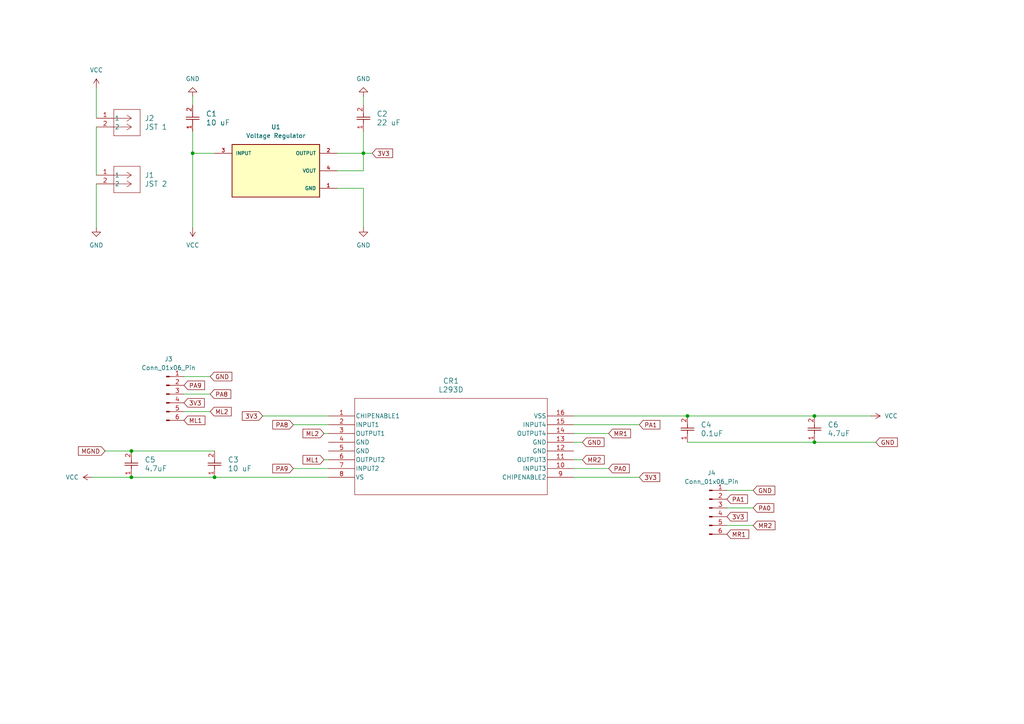
<source format=kicad_sch>
(kicad_sch
	(version 20231120)
	(generator "eeschema")
	(generator_version "8.0")
	(uuid "0d7ab0f0-abf3-40d2-bc04-dd4ea23c7551")
	(paper "A4")
	(lib_symbols
		(symbol "Capacitor 0.1uF:CL05B104KP5NNNC"
			(pin_names
				(offset 0.254)
			)
			(exclude_from_sim no)
			(in_bom yes)
			(on_board yes)
			(property "Reference" "C"
				(at 3.81 3.81 0)
				(effects
					(font
						(size 1.524 1.524)
					)
				)
			)
			(property "Value" "CL05B104KP5NNNC"
				(at 3.81 -3.81 0)
				(effects
					(font
						(size 1.524 1.524)
					)
				)
			)
			(property "Footprint" "CAP_CL05_SAM"
				(at 0 0 0)
				(effects
					(font
						(size 1.27 1.27)
						(italic yes)
					)
					(hide yes)
				)
			)
			(property "Datasheet" "CL05B104KP5NNNC"
				(at 0 0 0)
				(effects
					(font
						(size 1.27 1.27)
						(italic yes)
					)
					(hide yes)
				)
			)
			(property "Description" ""
				(at 0 0 0)
				(effects
					(font
						(size 1.27 1.27)
					)
					(hide yes)
				)
			)
			(property "ki_locked" ""
				(at 0 0 0)
				(effects
					(font
						(size 1.27 1.27)
					)
				)
			)
			(property "ki_keywords" "CL05B104KP5NNNC"
				(at 0 0 0)
				(effects
					(font
						(size 1.27 1.27)
					)
					(hide yes)
				)
			)
			(property "ki_fp_filters" "CAP_CL05_SAM CAP_CL05_SAM-M CAP_CL05_SAM-L"
				(at 0 0 0)
				(effects
					(font
						(size 1.27 1.27)
					)
					(hide yes)
				)
			)
			(symbol "CL05B104KP5NNNC_1_1"
				(polyline
					(pts
						(xy 2.54 0) (xy 3.4798 0)
					)
					(stroke
						(width 0.2032)
						(type default)
					)
					(fill
						(type none)
					)
				)
				(polyline
					(pts
						(xy 3.4798 -1.905) (xy 3.4798 1.905)
					)
					(stroke
						(width 0.2032)
						(type default)
					)
					(fill
						(type none)
					)
				)
				(polyline
					(pts
						(xy 4.1148 -1.905) (xy 4.1148 1.905)
					)
					(stroke
						(width 0.2032)
						(type default)
					)
					(fill
						(type none)
					)
				)
				(polyline
					(pts
						(xy 4.1148 0) (xy 5.08 0)
					)
					(stroke
						(width 0.2032)
						(type default)
					)
					(fill
						(type none)
					)
				)
				(pin unspecified line
					(at 0 0 0)
					(length 2.54)
					(name ""
						(effects
							(font
								(size 1.27 1.27)
							)
						)
					)
					(number "1"
						(effects
							(font
								(size 1.27 1.27)
							)
						)
					)
				)
				(pin unspecified line
					(at 7.62 0 180)
					(length 2.54)
					(name ""
						(effects
							(font
								(size 1.27 1.27)
							)
						)
					)
					(number "2"
						(effects
							(font
								(size 1.27 1.27)
							)
						)
					)
				)
			)
		)
		(symbol "Capacitor 10 uF:GRM21BR61C106KE15L"
			(pin_names
				(offset 0.254)
			)
			(exclude_from_sim no)
			(in_bom yes)
			(on_board yes)
			(property "Reference" "C"
				(at 3.81 3.81 0)
				(effects
					(font
						(size 1.524 1.524)
					)
				)
			)
			(property "Value" "GRM21BR61C106KE15L"
				(at 3.81 -3.81 0)
				(effects
					(font
						(size 1.524 1.524)
					)
				)
			)
			(property "Footprint" "G-21_MUR"
				(at 0 0 0)
				(effects
					(font
						(size 1.27 1.27)
						(italic yes)
					)
					(hide yes)
				)
			)
			(property "Datasheet" "GRM21BR61C106KE15L"
				(at 0 0 0)
				(effects
					(font
						(size 1.27 1.27)
						(italic yes)
					)
					(hide yes)
				)
			)
			(property "Description" ""
				(at 0 0 0)
				(effects
					(font
						(size 1.27 1.27)
					)
					(hide yes)
				)
			)
			(property "ki_locked" ""
				(at 0 0 0)
				(effects
					(font
						(size 1.27 1.27)
					)
				)
			)
			(property "ki_keywords" "GRM21BR61C106KE15L"
				(at 0 0 0)
				(effects
					(font
						(size 1.27 1.27)
					)
					(hide yes)
				)
			)
			(property "ki_fp_filters" "G-21_MUR G-21_MUR-M G-21_MUR-L"
				(at 0 0 0)
				(effects
					(font
						(size 1.27 1.27)
					)
					(hide yes)
				)
			)
			(symbol "GRM21BR61C106KE15L_1_1"
				(polyline
					(pts
						(xy 2.54 0) (xy 3.4798 0)
					)
					(stroke
						(width 0.2032)
						(type default)
					)
					(fill
						(type none)
					)
				)
				(polyline
					(pts
						(xy 3.4798 -1.905) (xy 3.4798 1.905)
					)
					(stroke
						(width 0.2032)
						(type default)
					)
					(fill
						(type none)
					)
				)
				(polyline
					(pts
						(xy 4.1148 -1.905) (xy 4.1148 1.905)
					)
					(stroke
						(width 0.2032)
						(type default)
					)
					(fill
						(type none)
					)
				)
				(polyline
					(pts
						(xy 4.1148 0) (xy 5.08 0)
					)
					(stroke
						(width 0.2032)
						(type default)
					)
					(fill
						(type none)
					)
				)
				(pin unspecified line
					(at 0 0 0)
					(length 2.54)
					(name ""
						(effects
							(font
								(size 1.27 1.27)
							)
						)
					)
					(number "1"
						(effects
							(font
								(size 1.27 1.27)
							)
						)
					)
				)
				(pin unspecified line
					(at 7.62 0 180)
					(length 2.54)
					(name ""
						(effects
							(font
								(size 1.27 1.27)
							)
						)
					)
					(number "2"
						(effects
							(font
								(size 1.27 1.27)
							)
						)
					)
				)
			)
			(symbol "GRM21BR61C106KE15L_1_2"
				(polyline
					(pts
						(xy -1.905 -4.1148) (xy 1.905 -4.1148)
					)
					(stroke
						(width 0.2032)
						(type default)
					)
					(fill
						(type none)
					)
				)
				(polyline
					(pts
						(xy -1.905 -3.4798) (xy 1.905 -3.4798)
					)
					(stroke
						(width 0.2032)
						(type default)
					)
					(fill
						(type none)
					)
				)
				(polyline
					(pts
						(xy 0 -4.1148) (xy 0 -5.08)
					)
					(stroke
						(width 0.2032)
						(type default)
					)
					(fill
						(type none)
					)
				)
				(polyline
					(pts
						(xy 0 -2.54) (xy 0 -3.4798)
					)
					(stroke
						(width 0.2032)
						(type default)
					)
					(fill
						(type none)
					)
				)
				(pin unspecified line
					(at 0 0 270)
					(length 2.54)
					(name ""
						(effects
							(font
								(size 1.27 1.27)
							)
						)
					)
					(number "1"
						(effects
							(font
								(size 1.27 1.27)
							)
						)
					)
				)
				(pin unspecified line
					(at 0 -7.62 90)
					(length 2.54)
					(name ""
						(effects
							(font
								(size 1.27 1.27)
							)
						)
					)
					(number "2"
						(effects
							(font
								(size 1.27 1.27)
							)
						)
					)
				)
			)
		)
		(symbol "Capacitor 22 uF:CL21A226KOQNNNE"
			(pin_names
				(offset 0.254)
			)
			(exclude_from_sim no)
			(in_bom yes)
			(on_board yes)
			(property "Reference" "C"
				(at 3.81 3.81 0)
				(effects
					(font
						(size 1.524 1.524)
					)
				)
			)
			(property "Value" "CL21A226KOQNNNE"
				(at 3.81 -3.81 0)
				(effects
					(font
						(size 1.524 1.524)
					)
				)
			)
			(property "Footprint" "CAP_CL_21_SAM"
				(at 0 0 0)
				(effects
					(font
						(size 1.27 1.27)
						(italic yes)
					)
					(hide yes)
				)
			)
			(property "Datasheet" "CL21A226KOQNNNE"
				(at 0 0 0)
				(effects
					(font
						(size 1.27 1.27)
						(italic yes)
					)
					(hide yes)
				)
			)
			(property "Description" ""
				(at 0 0 0)
				(effects
					(font
						(size 1.27 1.27)
					)
					(hide yes)
				)
			)
			(property "ki_locked" ""
				(at 0 0 0)
				(effects
					(font
						(size 1.27 1.27)
					)
				)
			)
			(property "ki_keywords" "CL21A226KOQNNNE"
				(at 0 0 0)
				(effects
					(font
						(size 1.27 1.27)
					)
					(hide yes)
				)
			)
			(property "ki_fp_filters" "CAP_CL_21_SAM CAP_CL_21_SAM-M CAP_CL_21_SAM-L"
				(at 0 0 0)
				(effects
					(font
						(size 1.27 1.27)
					)
					(hide yes)
				)
			)
			(symbol "CL21A226KOQNNNE_1_1"
				(polyline
					(pts
						(xy 2.54 0) (xy 3.4798 0)
					)
					(stroke
						(width 0.2032)
						(type default)
					)
					(fill
						(type none)
					)
				)
				(polyline
					(pts
						(xy 3.4798 -1.905) (xy 3.4798 1.905)
					)
					(stroke
						(width 0.2032)
						(type default)
					)
					(fill
						(type none)
					)
				)
				(polyline
					(pts
						(xy 4.1148 -1.905) (xy 4.1148 1.905)
					)
					(stroke
						(width 0.2032)
						(type default)
					)
					(fill
						(type none)
					)
				)
				(polyline
					(pts
						(xy 4.1148 0) (xy 5.08 0)
					)
					(stroke
						(width 0.2032)
						(type default)
					)
					(fill
						(type none)
					)
				)
				(pin unspecified line
					(at 0 0 0)
					(length 2.54)
					(name ""
						(effects
							(font
								(size 1.27 1.27)
							)
						)
					)
					(number "1"
						(effects
							(font
								(size 1.27 1.27)
							)
						)
					)
				)
				(pin unspecified line
					(at 7.62 0 180)
					(length 2.54)
					(name ""
						(effects
							(font
								(size 1.27 1.27)
							)
						)
					)
					(number "2"
						(effects
							(font
								(size 1.27 1.27)
							)
						)
					)
				)
			)
			(symbol "CL21A226KOQNNNE_1_2"
				(polyline
					(pts
						(xy -1.905 -4.1148) (xy 1.905 -4.1148)
					)
					(stroke
						(width 0.2032)
						(type default)
					)
					(fill
						(type none)
					)
				)
				(polyline
					(pts
						(xy -1.905 -3.4798) (xy 1.905 -3.4798)
					)
					(stroke
						(width 0.2032)
						(type default)
					)
					(fill
						(type none)
					)
				)
				(polyline
					(pts
						(xy 0 -4.1148) (xy 0 -5.08)
					)
					(stroke
						(width 0.2032)
						(type default)
					)
					(fill
						(type none)
					)
				)
				(polyline
					(pts
						(xy 0 -2.54) (xy 0 -3.4798)
					)
					(stroke
						(width 0.2032)
						(type default)
					)
					(fill
						(type none)
					)
				)
				(pin unspecified line
					(at 0 0 270)
					(length 2.54)
					(name ""
						(effects
							(font
								(size 1.27 1.27)
							)
						)
					)
					(number "1"
						(effects
							(font
								(size 1.27 1.27)
							)
						)
					)
				)
				(pin unspecified line
					(at 0 -7.62 90)
					(length 2.54)
					(name ""
						(effects
							(font
								(size 1.27 1.27)
							)
						)
					)
					(number "2"
						(effects
							(font
								(size 1.27 1.27)
							)
						)
					)
				)
			)
		)
		(symbol "Capacitor 4.7uF:CL10A475KP8NNNC"
			(pin_names
				(offset 0.254)
			)
			(exclude_from_sim no)
			(in_bom yes)
			(on_board yes)
			(property "Reference" "C"
				(at 3.81 3.81 0)
				(effects
					(font
						(size 1.524 1.524)
					)
				)
			)
			(property "Value" "CL10A475KP8NNNC"
				(at 3.81 -3.81 0)
				(effects
					(font
						(size 1.524 1.524)
					)
				)
			)
			(property "Footprint" "CAP_0603_CL10A_1P6XP8_SAM"
				(at 0 0 0)
				(effects
					(font
						(size 1.27 1.27)
						(italic yes)
					)
					(hide yes)
				)
			)
			(property "Datasheet" "CL10A475KP8NNNC"
				(at 0 0 0)
				(effects
					(font
						(size 1.27 1.27)
						(italic yes)
					)
					(hide yes)
				)
			)
			(property "Description" ""
				(at 0 0 0)
				(effects
					(font
						(size 1.27 1.27)
					)
					(hide yes)
				)
			)
			(property "ki_locked" ""
				(at 0 0 0)
				(effects
					(font
						(size 1.27 1.27)
					)
				)
			)
			(property "ki_keywords" "CL10A475KP8NNNC"
				(at 0 0 0)
				(effects
					(font
						(size 1.27 1.27)
					)
					(hide yes)
				)
			)
			(property "ki_fp_filters" "CAP_0603_CL10A_1P6XP8_SAM CAP_0603_CL10A_1P6XP8_SAM-M CAP_0603_CL10A_1P6XP8_SAM-L"
				(at 0 0 0)
				(effects
					(font
						(size 1.27 1.27)
					)
					(hide yes)
				)
			)
			(symbol "CL10A475KP8NNNC_1_1"
				(polyline
					(pts
						(xy 2.54 0) (xy 3.4798 0)
					)
					(stroke
						(width 0.2032)
						(type default)
					)
					(fill
						(type none)
					)
				)
				(polyline
					(pts
						(xy 3.4798 -1.905) (xy 3.4798 1.905)
					)
					(stroke
						(width 0.2032)
						(type default)
					)
					(fill
						(type none)
					)
				)
				(polyline
					(pts
						(xy 4.1148 -1.905) (xy 4.1148 1.905)
					)
					(stroke
						(width 0.2032)
						(type default)
					)
					(fill
						(type none)
					)
				)
				(polyline
					(pts
						(xy 4.1148 0) (xy 5.08 0)
					)
					(stroke
						(width 0.2032)
						(type default)
					)
					(fill
						(type none)
					)
				)
				(pin unspecified line
					(at 0 0 0)
					(length 2.54)
					(name ""
						(effects
							(font
								(size 1.27 1.27)
							)
						)
					)
					(number "1"
						(effects
							(font
								(size 1.27 1.27)
							)
						)
					)
				)
				(pin unspecified line
					(at 7.62 0 180)
					(length 2.54)
					(name ""
						(effects
							(font
								(size 1.27 1.27)
							)
						)
					)
					(number "2"
						(effects
							(font
								(size 1.27 1.27)
							)
						)
					)
				)
			)
		)
		(symbol "Connector:Conn_01x06_Pin"
			(pin_names
				(offset 1.016) hide)
			(exclude_from_sim no)
			(in_bom yes)
			(on_board yes)
			(property "Reference" "J"
				(at 0 7.62 0)
				(effects
					(font
						(size 1.27 1.27)
					)
				)
			)
			(property "Value" "Conn_01x06_Pin"
				(at 0 -10.16 0)
				(effects
					(font
						(size 1.27 1.27)
					)
				)
			)
			(property "Footprint" ""
				(at 0 0 0)
				(effects
					(font
						(size 1.27 1.27)
					)
					(hide yes)
				)
			)
			(property "Datasheet" "~"
				(at 0 0 0)
				(effects
					(font
						(size 1.27 1.27)
					)
					(hide yes)
				)
			)
			(property "Description" "Generic connector, single row, 01x06, script generated"
				(at 0 0 0)
				(effects
					(font
						(size 1.27 1.27)
					)
					(hide yes)
				)
			)
			(property "ki_locked" ""
				(at 0 0 0)
				(effects
					(font
						(size 1.27 1.27)
					)
				)
			)
			(property "ki_keywords" "connector"
				(at 0 0 0)
				(effects
					(font
						(size 1.27 1.27)
					)
					(hide yes)
				)
			)
			(property "ki_fp_filters" "Connector*:*_1x??_*"
				(at 0 0 0)
				(effects
					(font
						(size 1.27 1.27)
					)
					(hide yes)
				)
			)
			(symbol "Conn_01x06_Pin_1_1"
				(polyline
					(pts
						(xy 1.27 -7.62) (xy 0.8636 -7.62)
					)
					(stroke
						(width 0.1524)
						(type default)
					)
					(fill
						(type none)
					)
				)
				(polyline
					(pts
						(xy 1.27 -5.08) (xy 0.8636 -5.08)
					)
					(stroke
						(width 0.1524)
						(type default)
					)
					(fill
						(type none)
					)
				)
				(polyline
					(pts
						(xy 1.27 -2.54) (xy 0.8636 -2.54)
					)
					(stroke
						(width 0.1524)
						(type default)
					)
					(fill
						(type none)
					)
				)
				(polyline
					(pts
						(xy 1.27 0) (xy 0.8636 0)
					)
					(stroke
						(width 0.1524)
						(type default)
					)
					(fill
						(type none)
					)
				)
				(polyline
					(pts
						(xy 1.27 2.54) (xy 0.8636 2.54)
					)
					(stroke
						(width 0.1524)
						(type default)
					)
					(fill
						(type none)
					)
				)
				(polyline
					(pts
						(xy 1.27 5.08) (xy 0.8636 5.08)
					)
					(stroke
						(width 0.1524)
						(type default)
					)
					(fill
						(type none)
					)
				)
				(rectangle
					(start 0.8636 -7.493)
					(end 0 -7.747)
					(stroke
						(width 0.1524)
						(type default)
					)
					(fill
						(type outline)
					)
				)
				(rectangle
					(start 0.8636 -4.953)
					(end 0 -5.207)
					(stroke
						(width 0.1524)
						(type default)
					)
					(fill
						(type outline)
					)
				)
				(rectangle
					(start 0.8636 -2.413)
					(end 0 -2.667)
					(stroke
						(width 0.1524)
						(type default)
					)
					(fill
						(type outline)
					)
				)
				(rectangle
					(start 0.8636 0.127)
					(end 0 -0.127)
					(stroke
						(width 0.1524)
						(type default)
					)
					(fill
						(type outline)
					)
				)
				(rectangle
					(start 0.8636 2.667)
					(end 0 2.413)
					(stroke
						(width 0.1524)
						(type default)
					)
					(fill
						(type outline)
					)
				)
				(rectangle
					(start 0.8636 5.207)
					(end 0 4.953)
					(stroke
						(width 0.1524)
						(type default)
					)
					(fill
						(type outline)
					)
				)
				(pin passive line
					(at 5.08 5.08 180)
					(length 3.81)
					(name "Pin_1"
						(effects
							(font
								(size 1.27 1.27)
							)
						)
					)
					(number "1"
						(effects
							(font
								(size 1.27 1.27)
							)
						)
					)
				)
				(pin passive line
					(at 5.08 2.54 180)
					(length 3.81)
					(name "Pin_2"
						(effects
							(font
								(size 1.27 1.27)
							)
						)
					)
					(number "2"
						(effects
							(font
								(size 1.27 1.27)
							)
						)
					)
				)
				(pin passive line
					(at 5.08 0 180)
					(length 3.81)
					(name "Pin_3"
						(effects
							(font
								(size 1.27 1.27)
							)
						)
					)
					(number "3"
						(effects
							(font
								(size 1.27 1.27)
							)
						)
					)
				)
				(pin passive line
					(at 5.08 -2.54 180)
					(length 3.81)
					(name "Pin_4"
						(effects
							(font
								(size 1.27 1.27)
							)
						)
					)
					(number "4"
						(effects
							(font
								(size 1.27 1.27)
							)
						)
					)
				)
				(pin passive line
					(at 5.08 -5.08 180)
					(length 3.81)
					(name "Pin_5"
						(effects
							(font
								(size 1.27 1.27)
							)
						)
					)
					(number "5"
						(effects
							(font
								(size 1.27 1.27)
							)
						)
					)
				)
				(pin passive line
					(at 5.08 -7.62 180)
					(length 3.81)
					(name "Pin_6"
						(effects
							(font
								(size 1.27 1.27)
							)
						)
					)
					(number "6"
						(effects
							(font
								(size 1.27 1.27)
							)
						)
					)
				)
			)
		)
		(symbol "H-Bridge:L293D"
			(pin_names
				(offset 0.254)
			)
			(exclude_from_sim no)
			(in_bom yes)
			(on_board yes)
			(property "Reference" "CR"
				(at 35.56 10.16 0)
				(effects
					(font
						(size 1.524 1.524)
					)
				)
			)
			(property "Value" "L293D"
				(at 35.56 7.62 0)
				(effects
					(font
						(size 1.524 1.524)
					)
				)
			)
			(property "Footprint" "PowerDIP-16_STM"
				(at 0 0 0)
				(effects
					(font
						(size 1.27 1.27)
						(italic yes)
					)
					(hide yes)
				)
			)
			(property "Datasheet" "L293D"
				(at 0 0 0)
				(effects
					(font
						(size 1.27 1.27)
						(italic yes)
					)
					(hide yes)
				)
			)
			(property "Description" ""
				(at 0 0 0)
				(effects
					(font
						(size 1.27 1.27)
					)
					(hide yes)
				)
			)
			(property "ki_locked" ""
				(at 0 0 0)
				(effects
					(font
						(size 1.27 1.27)
					)
				)
			)
			(property "ki_keywords" "L293D"
				(at 0 0 0)
				(effects
					(font
						(size 1.27 1.27)
					)
					(hide yes)
				)
			)
			(property "ki_fp_filters" "PowerDIP-16_STM"
				(at 0 0 0)
				(effects
					(font
						(size 1.27 1.27)
					)
					(hide yes)
				)
			)
			(symbol "L293D_1_1"
				(polyline
					(pts
						(xy 7.62 -22.86) (xy 63.5 -22.86)
					)
					(stroke
						(width 0.127)
						(type default)
					)
					(fill
						(type none)
					)
				)
				(polyline
					(pts
						(xy 7.62 5.08) (xy 7.62 -22.86)
					)
					(stroke
						(width 0.127)
						(type default)
					)
					(fill
						(type none)
					)
				)
				(polyline
					(pts
						(xy 63.5 -22.86) (xy 63.5 5.08)
					)
					(stroke
						(width 0.127)
						(type default)
					)
					(fill
						(type none)
					)
				)
				(polyline
					(pts
						(xy 63.5 5.08) (xy 7.62 5.08)
					)
					(stroke
						(width 0.127)
						(type default)
					)
					(fill
						(type none)
					)
				)
				(pin output line
					(at 0 0 0)
					(length 7.62)
					(name "CHIPENABLE1"
						(effects
							(font
								(size 1.27 1.27)
							)
						)
					)
					(number "1"
						(effects
							(font
								(size 1.27 1.27)
							)
						)
					)
				)
				(pin input line
					(at 71.12 -15.24 180)
					(length 7.62)
					(name "INPUT3"
						(effects
							(font
								(size 1.27 1.27)
							)
						)
					)
					(number "10"
						(effects
							(font
								(size 1.27 1.27)
							)
						)
					)
				)
				(pin output line
					(at 71.12 -12.7 180)
					(length 7.62)
					(name "OUTPUT3"
						(effects
							(font
								(size 1.27 1.27)
							)
						)
					)
					(number "11"
						(effects
							(font
								(size 1.27 1.27)
							)
						)
					)
				)
				(pin power_out line
					(at 71.12 -10.16 180)
					(length 7.62)
					(name "GND"
						(effects
							(font
								(size 1.27 1.27)
							)
						)
					)
					(number "12"
						(effects
							(font
								(size 1.27 1.27)
							)
						)
					)
				)
				(pin power_out line
					(at 71.12 -7.62 180)
					(length 7.62)
					(name "GND"
						(effects
							(font
								(size 1.27 1.27)
							)
						)
					)
					(number "13"
						(effects
							(font
								(size 1.27 1.27)
							)
						)
					)
				)
				(pin output line
					(at 71.12 -5.08 180)
					(length 7.62)
					(name "OUTPUT4"
						(effects
							(font
								(size 1.27 1.27)
							)
						)
					)
					(number "14"
						(effects
							(font
								(size 1.27 1.27)
							)
						)
					)
				)
				(pin input line
					(at 71.12 -2.54 180)
					(length 7.62)
					(name "INPUT4"
						(effects
							(font
								(size 1.27 1.27)
							)
						)
					)
					(number "15"
						(effects
							(font
								(size 1.27 1.27)
							)
						)
					)
				)
				(pin power_in line
					(at 71.12 0 180)
					(length 7.62)
					(name "VSS"
						(effects
							(font
								(size 1.27 1.27)
							)
						)
					)
					(number "16"
						(effects
							(font
								(size 1.27 1.27)
							)
						)
					)
				)
				(pin input line
					(at 0 -2.54 0)
					(length 7.62)
					(name "INPUT1"
						(effects
							(font
								(size 1.27 1.27)
							)
						)
					)
					(number "2"
						(effects
							(font
								(size 1.27 1.27)
							)
						)
					)
				)
				(pin output line
					(at 0 -5.08 0)
					(length 7.62)
					(name "OUTPUT1"
						(effects
							(font
								(size 1.27 1.27)
							)
						)
					)
					(number "3"
						(effects
							(font
								(size 1.27 1.27)
							)
						)
					)
				)
				(pin power_out line
					(at 0 -7.62 0)
					(length 7.62)
					(name "GND"
						(effects
							(font
								(size 1.27 1.27)
							)
						)
					)
					(number "4"
						(effects
							(font
								(size 1.27 1.27)
							)
						)
					)
				)
				(pin power_out line
					(at 0 -10.16 0)
					(length 7.62)
					(name "GND"
						(effects
							(font
								(size 1.27 1.27)
							)
						)
					)
					(number "5"
						(effects
							(font
								(size 1.27 1.27)
							)
						)
					)
				)
				(pin output line
					(at 0 -12.7 0)
					(length 7.62)
					(name "OUTPUT2"
						(effects
							(font
								(size 1.27 1.27)
							)
						)
					)
					(number "6"
						(effects
							(font
								(size 1.27 1.27)
							)
						)
					)
				)
				(pin input line
					(at 0 -15.24 0)
					(length 7.62)
					(name "INPUT2"
						(effects
							(font
								(size 1.27 1.27)
							)
						)
					)
					(number "7"
						(effects
							(font
								(size 1.27 1.27)
							)
						)
					)
				)
				(pin power_in line
					(at 0 -17.78 0)
					(length 7.62)
					(name "VS"
						(effects
							(font
								(size 1.27 1.27)
							)
						)
					)
					(number "8"
						(effects
							(font
								(size 1.27 1.27)
							)
						)
					)
				)
				(pin output line
					(at 71.12 -17.78 180)
					(length 7.62)
					(name "CHIPENABLE2"
						(effects
							(font
								(size 1.27 1.27)
							)
						)
					)
					(number "9"
						(effects
							(font
								(size 1.27 1.27)
							)
						)
					)
				)
			)
		)
		(symbol "JST Connector:B2B-PH-K-S"
			(pin_names
				(offset 0.254)
			)
			(exclude_from_sim no)
			(in_bom yes)
			(on_board yes)
			(property "Reference" "J"
				(at 8.89 6.35 0)
				(effects
					(font
						(size 1.524 1.524)
					)
				)
			)
			(property "Value" "B2B-PH-K-S"
				(at 0 0 0)
				(effects
					(font
						(size 1.524 1.524)
					)
				)
			)
			(property "Footprint" "CONN2_B2B-PH-K-S_JST"
				(at 0 0 0)
				(effects
					(font
						(size 1.27 1.27)
						(italic yes)
					)
					(hide yes)
				)
			)
			(property "Datasheet" "B2B-PH-K-S"
				(at 0 0 0)
				(effects
					(font
						(size 1.27 1.27)
						(italic yes)
					)
					(hide yes)
				)
			)
			(property "Description" ""
				(at 0 0 0)
				(effects
					(font
						(size 1.27 1.27)
					)
					(hide yes)
				)
			)
			(property "ki_locked" ""
				(at 0 0 0)
				(effects
					(font
						(size 1.27 1.27)
					)
				)
			)
			(property "ki_keywords" "B2B-PH-K-S"
				(at 0 0 0)
				(effects
					(font
						(size 1.27 1.27)
					)
					(hide yes)
				)
			)
			(property "ki_fp_filters" "CONN2_B2B-PH-K-S_JST"
				(at 0 0 0)
				(effects
					(font
						(size 1.27 1.27)
					)
					(hide yes)
				)
			)
			(symbol "B2B-PH-K-S_1_1"
				(polyline
					(pts
						(xy 5.08 -5.08) (xy 12.7 -5.08)
					)
					(stroke
						(width 0.127)
						(type default)
					)
					(fill
						(type none)
					)
				)
				(polyline
					(pts
						(xy 5.08 2.54) (xy 5.08 -5.08)
					)
					(stroke
						(width 0.127)
						(type default)
					)
					(fill
						(type none)
					)
				)
				(polyline
					(pts
						(xy 10.16 -2.54) (xy 5.08 -2.54)
					)
					(stroke
						(width 0.127)
						(type default)
					)
					(fill
						(type none)
					)
				)
				(polyline
					(pts
						(xy 10.16 -2.54) (xy 8.89 -3.3867)
					)
					(stroke
						(width 0.127)
						(type default)
					)
					(fill
						(type none)
					)
				)
				(polyline
					(pts
						(xy 10.16 -2.54) (xy 8.89 -1.6933)
					)
					(stroke
						(width 0.127)
						(type default)
					)
					(fill
						(type none)
					)
				)
				(polyline
					(pts
						(xy 10.16 0) (xy 5.08 0)
					)
					(stroke
						(width 0.127)
						(type default)
					)
					(fill
						(type none)
					)
				)
				(polyline
					(pts
						(xy 10.16 0) (xy 8.89 -0.8467)
					)
					(stroke
						(width 0.127)
						(type default)
					)
					(fill
						(type none)
					)
				)
				(polyline
					(pts
						(xy 10.16 0) (xy 8.89 0.8467)
					)
					(stroke
						(width 0.127)
						(type default)
					)
					(fill
						(type none)
					)
				)
				(polyline
					(pts
						(xy 12.7 -5.08) (xy 12.7 2.54)
					)
					(stroke
						(width 0.127)
						(type default)
					)
					(fill
						(type none)
					)
				)
				(polyline
					(pts
						(xy 12.7 2.54) (xy 5.08 2.54)
					)
					(stroke
						(width 0.127)
						(type default)
					)
					(fill
						(type none)
					)
				)
				(pin unspecified line
					(at 0 0 0)
					(length 5.08)
					(name "1"
						(effects
							(font
								(size 1.27 1.27)
							)
						)
					)
					(number "1"
						(effects
							(font
								(size 1.27 1.27)
							)
						)
					)
				)
				(pin unspecified line
					(at 0 -2.54 0)
					(length 5.08)
					(name "2"
						(effects
							(font
								(size 1.27 1.27)
							)
						)
					)
					(number "2"
						(effects
							(font
								(size 1.27 1.27)
							)
						)
					)
				)
			)
			(symbol "B2B-PH-K-S_1_2"
				(polyline
					(pts
						(xy 5.08 -5.08) (xy 12.7 -5.08)
					)
					(stroke
						(width 0.127)
						(type default)
					)
					(fill
						(type none)
					)
				)
				(polyline
					(pts
						(xy 5.08 2.54) (xy 5.08 -5.08)
					)
					(stroke
						(width 0.127)
						(type default)
					)
					(fill
						(type none)
					)
				)
				(polyline
					(pts
						(xy 7.62 -2.54) (xy 5.08 -2.54)
					)
					(stroke
						(width 0.127)
						(type default)
					)
					(fill
						(type none)
					)
				)
				(polyline
					(pts
						(xy 7.62 -2.54) (xy 8.89 -3.3867)
					)
					(stroke
						(width 0.127)
						(type default)
					)
					(fill
						(type none)
					)
				)
				(polyline
					(pts
						(xy 7.62 -2.54) (xy 8.89 -1.6933)
					)
					(stroke
						(width 0.127)
						(type default)
					)
					(fill
						(type none)
					)
				)
				(polyline
					(pts
						(xy 7.62 0) (xy 5.08 0)
					)
					(stroke
						(width 0.127)
						(type default)
					)
					(fill
						(type none)
					)
				)
				(polyline
					(pts
						(xy 7.62 0) (xy 8.89 -0.8467)
					)
					(stroke
						(width 0.127)
						(type default)
					)
					(fill
						(type none)
					)
				)
				(polyline
					(pts
						(xy 7.62 0) (xy 8.89 0.8467)
					)
					(stroke
						(width 0.127)
						(type default)
					)
					(fill
						(type none)
					)
				)
				(polyline
					(pts
						(xy 12.7 -5.08) (xy 12.7 2.54)
					)
					(stroke
						(width 0.127)
						(type default)
					)
					(fill
						(type none)
					)
				)
				(polyline
					(pts
						(xy 12.7 2.54) (xy 5.08 2.54)
					)
					(stroke
						(width 0.127)
						(type default)
					)
					(fill
						(type none)
					)
				)
				(pin unspecified line
					(at 0 0 0)
					(length 5.08)
					(name "1"
						(effects
							(font
								(size 1.27 1.27)
							)
						)
					)
					(number "1"
						(effects
							(font
								(size 1.27 1.27)
							)
						)
					)
				)
				(pin unspecified line
					(at 0 -2.54 0)
					(length 5.08)
					(name "2"
						(effects
							(font
								(size 1.27 1.27)
							)
						)
					)
					(number "2"
						(effects
							(font
								(size 1.27 1.27)
							)
						)
					)
				)
			)
		)
		(symbol "Voltage_Regulator_AZ1117IH-3.3TRG1:AZ1117IH-3.3TRG1"
			(pin_names
				(offset 1.016)
			)
			(exclude_from_sim no)
			(in_bom yes)
			(on_board yes)
			(property "Reference" "U"
				(at -12.7 8.128 0)
				(effects
					(font
						(size 1.27 1.27)
					)
					(justify left bottom)
				)
			)
			(property "Value" "AZ1117IH-3.3TRG1"
				(at -12.7 -10.16 0)
				(effects
					(font
						(size 1.27 1.27)
					)
					(justify left bottom)
				)
			)
			(property "Footprint" "AZ1117IH-3.3TRG1:SOT230P700X185-4N"
				(at 0 0 0)
				(effects
					(font
						(size 1.27 1.27)
					)
					(justify bottom)
					(hide yes)
				)
			)
			(property "Datasheet" ""
				(at 0 0 0)
				(effects
					(font
						(size 1.27 1.27)
					)
					(hide yes)
				)
			)
			(property "Description" ""
				(at 0 0 0)
				(effects
					(font
						(size 1.27 1.27)
					)
					(hide yes)
				)
			)
			(property "MF" "Diodes Inc."
				(at 0 0 0)
				(effects
					(font
						(size 1.27 1.27)
					)
					(justify bottom)
					(hide yes)
				)
			)
			(property "SNAPEDA_PACKAGE_ID" "6532"
				(at 0 0 0)
				(effects
					(font
						(size 1.27 1.27)
					)
					(justify bottom)
					(hide yes)
				)
			)
			(property "MAXIMUM_PACKAGE_HEIGHT" "1.85 mm"
				(at 0 0 0)
				(effects
					(font
						(size 1.27 1.27)
					)
					(justify bottom)
					(hide yes)
				)
			)
			(property "Price" "None"
				(at 0 0 0)
				(effects
					(font
						(size 1.27 1.27)
					)
					(justify bottom)
					(hide yes)
				)
			)
			(property "Package" "SOT-223 Diodes Inc."
				(at 0 0 0)
				(effects
					(font
						(size 1.27 1.27)
					)
					(justify bottom)
					(hide yes)
				)
			)
			(property "Check_prices" "https://www.snapeda.com/parts/AZ1117IH-3.3TRG1/Diodes+Inc./view-part/?ref=eda"
				(at 0 0 0)
				(effects
					(font
						(size 1.27 1.27)
					)
					(justify bottom)
					(hide yes)
				)
			)
			(property "STANDARD" "IPC 7351B"
				(at 0 0 0)
				(effects
					(font
						(size 1.27 1.27)
					)
					(justify bottom)
					(hide yes)
				)
			)
			(property "PARTREV" "2-2"
				(at 0 0 0)
				(effects
					(font
						(size 1.27 1.27)
					)
					(justify bottom)
					(hide yes)
				)
			)
			(property "SnapEDA_Link" "https://www.snapeda.com/parts/AZ1117IH-3.3TRG1/Diodes+Inc./view-part/?ref=snap"
				(at 0 0 0)
				(effects
					(font
						(size 1.27 1.27)
					)
					(justify bottom)
					(hide yes)
				)
			)
			(property "MP" "AZ1117IH-3.3TRG1"
				(at 0 0 0)
				(effects
					(font
						(size 1.27 1.27)
					)
					(justify bottom)
					(hide yes)
				)
			)
			(property "Description_1" "\n                        \n                            Linear Voltage Regulator IC Positive Fixed 1 Output  1A SOT-223-3\n                        \n"
				(at 0 0 0)
				(effects
					(font
						(size 1.27 1.27)
					)
					(justify bottom)
					(hide yes)
				)
			)
			(property "MANUFACTURER" "Diodes Inc."
				(at 0 0 0)
				(effects
					(font
						(size 1.27 1.27)
					)
					(justify bottom)
					(hide yes)
				)
			)
			(property "Availability" "In Stock"
				(at 0 0 0)
				(effects
					(font
						(size 1.27 1.27)
					)
					(justify bottom)
					(hide yes)
				)
			)
			(property "SNAPEDA_PN" "AZ1117IH-3.3TRG1"
				(at 0 0 0)
				(effects
					(font
						(size 1.27 1.27)
					)
					(justify bottom)
					(hide yes)
				)
			)
			(symbol "AZ1117IH-3.3TRG1_0_0"
				(rectangle
					(start -12.7 -7.62)
					(end 12.7 7.62)
					(stroke
						(width 0.254)
						(type default)
					)
					(fill
						(type background)
					)
				)
				(pin power_in line
					(at 17.78 -5.08 180)
					(length 5.08)
					(name "GND"
						(effects
							(font
								(size 1.016 1.016)
							)
						)
					)
					(number "1"
						(effects
							(font
								(size 1.016 1.016)
							)
						)
					)
				)
				(pin output line
					(at 17.78 5.08 180)
					(length 5.08)
					(name "OUTPUT"
						(effects
							(font
								(size 1.016 1.016)
							)
						)
					)
					(number "2"
						(effects
							(font
								(size 1.016 1.016)
							)
						)
					)
				)
				(pin input line
					(at -17.78 5.08 0)
					(length 5.08)
					(name "INPUT"
						(effects
							(font
								(size 1.016 1.016)
							)
						)
					)
					(number "3"
						(effects
							(font
								(size 1.016 1.016)
							)
						)
					)
				)
				(pin output line
					(at 17.78 0 180)
					(length 5.08)
					(name "VOUT"
						(effects
							(font
								(size 1.016 1.016)
							)
						)
					)
					(number "4"
						(effects
							(font
								(size 1.016 1.016)
							)
						)
					)
				)
			)
		)
		(symbol "power:GND"
			(power)
			(pin_numbers hide)
			(pin_names
				(offset 0) hide)
			(exclude_from_sim no)
			(in_bom yes)
			(on_board yes)
			(property "Reference" "#PWR"
				(at 0 -6.35 0)
				(effects
					(font
						(size 1.27 1.27)
					)
					(hide yes)
				)
			)
			(property "Value" "GND"
				(at 0 -3.81 0)
				(effects
					(font
						(size 1.27 1.27)
					)
				)
			)
			(property "Footprint" ""
				(at 0 0 0)
				(effects
					(font
						(size 1.27 1.27)
					)
					(hide yes)
				)
			)
			(property "Datasheet" ""
				(at 0 0 0)
				(effects
					(font
						(size 1.27 1.27)
					)
					(hide yes)
				)
			)
			(property "Description" "Power symbol creates a global label with name \"GND\" , ground"
				(at 0 0 0)
				(effects
					(font
						(size 1.27 1.27)
					)
					(hide yes)
				)
			)
			(property "ki_keywords" "global power"
				(at 0 0 0)
				(effects
					(font
						(size 1.27 1.27)
					)
					(hide yes)
				)
			)
			(symbol "GND_0_1"
				(polyline
					(pts
						(xy 0 0) (xy 0 -1.27) (xy 1.27 -1.27) (xy 0 -2.54) (xy -1.27 -1.27) (xy 0 -1.27)
					)
					(stroke
						(width 0)
						(type default)
					)
					(fill
						(type none)
					)
				)
			)
			(symbol "GND_1_1"
				(pin power_in line
					(at 0 0 270)
					(length 0)
					(name "~"
						(effects
							(font
								(size 1.27 1.27)
							)
						)
					)
					(number "1"
						(effects
							(font
								(size 1.27 1.27)
							)
						)
					)
				)
			)
		)
		(symbol "power:VCC"
			(power)
			(pin_numbers hide)
			(pin_names
				(offset 0) hide)
			(exclude_from_sim no)
			(in_bom yes)
			(on_board yes)
			(property "Reference" "#PWR"
				(at 0 -3.81 0)
				(effects
					(font
						(size 1.27 1.27)
					)
					(hide yes)
				)
			)
			(property "Value" "VCC"
				(at 0 3.556 0)
				(effects
					(font
						(size 1.27 1.27)
					)
				)
			)
			(property "Footprint" ""
				(at 0 0 0)
				(effects
					(font
						(size 1.27 1.27)
					)
					(hide yes)
				)
			)
			(property "Datasheet" ""
				(at 0 0 0)
				(effects
					(font
						(size 1.27 1.27)
					)
					(hide yes)
				)
			)
			(property "Description" "Power symbol creates a global label with name \"VCC\""
				(at 0 0 0)
				(effects
					(font
						(size 1.27 1.27)
					)
					(hide yes)
				)
			)
			(property "ki_keywords" "global power"
				(at 0 0 0)
				(effects
					(font
						(size 1.27 1.27)
					)
					(hide yes)
				)
			)
			(symbol "VCC_0_1"
				(polyline
					(pts
						(xy -0.762 1.27) (xy 0 2.54)
					)
					(stroke
						(width 0)
						(type default)
					)
					(fill
						(type none)
					)
				)
				(polyline
					(pts
						(xy 0 0) (xy 0 2.54)
					)
					(stroke
						(width 0)
						(type default)
					)
					(fill
						(type none)
					)
				)
				(polyline
					(pts
						(xy 0 2.54) (xy 0.762 1.27)
					)
					(stroke
						(width 0)
						(type default)
					)
					(fill
						(type none)
					)
				)
			)
			(symbol "VCC_1_1"
				(pin power_in line
					(at 0 0 90)
					(length 0)
					(name "~"
						(effects
							(font
								(size 1.27 1.27)
							)
						)
					)
					(number "1"
						(effects
							(font
								(size 1.27 1.27)
							)
						)
					)
				)
			)
		)
	)
	(junction
		(at 105.41 44.45)
		(diameter 0)
		(color 0 0 0 0)
		(uuid "03f51b06-c818-4930-84ea-8a66f6b22542")
	)
	(junction
		(at 199.39 120.65)
		(diameter 0)
		(color 0 0 0 0)
		(uuid "56053bad-0a61-4b35-8eb6-6e68e1afc11a")
	)
	(junction
		(at 236.22 128.27)
		(diameter 0)
		(color 0 0 0 0)
		(uuid "633f7097-6f2e-45c5-8884-744dfe0cc802")
	)
	(junction
		(at 38.1 138.43)
		(diameter 0)
		(color 0 0 0 0)
		(uuid "6e373d3b-0af0-4b72-8b96-1bc94d6837b3")
	)
	(junction
		(at 55.88 44.45)
		(diameter 0)
		(color 0 0 0 0)
		(uuid "a11ca801-1941-4a07-9c93-5dbb0a0cbb7d")
	)
	(junction
		(at 62.23 138.43)
		(diameter 0)
		(color 0 0 0 0)
		(uuid "af868d6a-5f2b-4d0c-9d17-12f87f894ccf")
	)
	(junction
		(at 38.1 130.81)
		(diameter 0)
		(color 0 0 0 0)
		(uuid "c2540d3f-53dd-421a-a45d-6219f1695f2a")
	)
	(junction
		(at 236.22 120.65)
		(diameter 0)
		(color 0 0 0 0)
		(uuid "fbf25b7d-c5c2-4650-a9f4-295a6398fc3f")
	)
	(wire
		(pts
			(xy 55.88 38.1) (xy 55.88 44.45)
		)
		(stroke
			(width 0)
			(type default)
		)
		(uuid "01714e3e-c015-46ee-9c23-f27e33c2b444")
	)
	(wire
		(pts
			(xy 105.41 27.94) (xy 105.41 30.48)
		)
		(stroke
			(width 0)
			(type default)
		)
		(uuid "0173827c-8890-4c35-a911-ca7e89dbbf7d")
	)
	(wire
		(pts
			(xy 168.91 133.35) (xy 166.37 133.35)
		)
		(stroke
			(width 0)
			(type default)
		)
		(uuid "0cefe8da-d49f-499c-a945-370c59dd9920")
	)
	(wire
		(pts
			(xy 30.48 130.81) (xy 38.1 130.81)
		)
		(stroke
			(width 0)
			(type default)
		)
		(uuid "1112c33d-350e-40d3-b2d3-c8af159c538d")
	)
	(wire
		(pts
			(xy 105.41 66.04) (xy 105.41 54.61)
		)
		(stroke
			(width 0)
			(type default)
		)
		(uuid "13e3e7f2-64dc-4ed2-812f-6c6a7237769b")
	)
	(wire
		(pts
			(xy 105.41 44.45) (xy 105.41 49.53)
		)
		(stroke
			(width 0)
			(type default)
		)
		(uuid "1444c7f1-2466-441a-8c2b-5ebd3dec0ac4")
	)
	(wire
		(pts
			(xy 76.2 120.65) (xy 95.25 120.65)
		)
		(stroke
			(width 0)
			(type default)
		)
		(uuid "17234411-9380-453d-927a-1fba9278bd69")
	)
	(wire
		(pts
			(xy 105.41 54.61) (xy 97.79 54.61)
		)
		(stroke
			(width 0)
			(type default)
		)
		(uuid "1a1b8416-2115-452c-afe3-cc1283340ea7")
	)
	(wire
		(pts
			(xy 218.44 142.24) (xy 210.82 142.24)
		)
		(stroke
			(width 0)
			(type default)
		)
		(uuid "246bd79a-2818-46b9-b4d7-ec0424bf58a1")
	)
	(wire
		(pts
			(xy 27.94 66.04) (xy 27.94 53.34)
		)
		(stroke
			(width 0)
			(type default)
		)
		(uuid "269fbf99-60e8-4649-ae42-2610aa47a1f0")
	)
	(wire
		(pts
			(xy 176.53 135.89) (xy 166.37 135.89)
		)
		(stroke
			(width 0)
			(type default)
		)
		(uuid "350248d1-dd7c-4e15-b839-141288e4f844")
	)
	(wire
		(pts
			(xy 38.1 138.43) (xy 62.23 138.43)
		)
		(stroke
			(width 0)
			(type default)
		)
		(uuid "3ff029b8-21ab-4a16-9c19-5714c6a17b2c")
	)
	(wire
		(pts
			(xy 27.94 36.83) (xy 27.94 50.8)
		)
		(stroke
			(width 0)
			(type default)
		)
		(uuid "4be427cb-dff2-4075-9fcd-259a0a806fa1")
	)
	(wire
		(pts
			(xy 62.23 138.43) (xy 95.25 138.43)
		)
		(stroke
			(width 0)
			(type default)
		)
		(uuid "4dcaa248-dafa-49aa-8286-a054086d2e8f")
	)
	(wire
		(pts
			(xy 60.96 119.38) (xy 53.34 119.38)
		)
		(stroke
			(width 0)
			(type default)
		)
		(uuid "4f297c12-9099-4bc5-8681-af41f7bbc508")
	)
	(wire
		(pts
			(xy 176.53 125.73) (xy 166.37 125.73)
		)
		(stroke
			(width 0)
			(type default)
		)
		(uuid "5cabc8f3-79eb-4378-be21-19665a70a75f")
	)
	(wire
		(pts
			(xy 105.41 38.1) (xy 105.41 44.45)
		)
		(stroke
			(width 0)
			(type default)
		)
		(uuid "5d950980-8477-414b-a43c-560a15170ca5")
	)
	(wire
		(pts
			(xy 85.09 123.19) (xy 95.25 123.19)
		)
		(stroke
			(width 0)
			(type default)
		)
		(uuid "617da5ef-6694-4e97-9d97-785cdc0977da")
	)
	(wire
		(pts
			(xy 236.22 120.65) (xy 252.73 120.65)
		)
		(stroke
			(width 0)
			(type default)
		)
		(uuid "68a242da-4224-4f13-b8b4-d0639c31aab5")
	)
	(wire
		(pts
			(xy 55.88 30.48) (xy 55.88 27.94)
		)
		(stroke
			(width 0)
			(type default)
		)
		(uuid "6b1ffa21-f1a4-45a4-919f-18803674611b")
	)
	(wire
		(pts
			(xy 93.98 133.35) (xy 95.25 133.35)
		)
		(stroke
			(width 0)
			(type default)
		)
		(uuid "6bc7db72-e404-49ff-afce-9348cfa06179")
	)
	(wire
		(pts
			(xy 26.67 138.43) (xy 38.1 138.43)
		)
		(stroke
			(width 0)
			(type default)
		)
		(uuid "700c14e3-9b85-4a0a-b35f-a0227f9ffbb0")
	)
	(wire
		(pts
			(xy 93.98 125.73) (xy 95.25 125.73)
		)
		(stroke
			(width 0)
			(type default)
		)
		(uuid "708ff32e-742a-48b4-af0a-d06b4bbd5cf7")
	)
	(wire
		(pts
			(xy 199.39 120.65) (xy 236.22 120.65)
		)
		(stroke
			(width 0)
			(type default)
		)
		(uuid "7cc21b41-3295-42cd-a435-6bccae4b12bd")
	)
	(wire
		(pts
			(xy 27.94 25.4) (xy 27.94 34.29)
		)
		(stroke
			(width 0)
			(type default)
		)
		(uuid "7fd38e9e-5784-42fa-8296-2d8178581681")
	)
	(wire
		(pts
			(xy 105.41 49.53) (xy 97.79 49.53)
		)
		(stroke
			(width 0)
			(type default)
		)
		(uuid "8af5a298-d129-44bc-a9d4-512db7d1d4de")
	)
	(wire
		(pts
			(xy 55.88 44.45) (xy 62.23 44.45)
		)
		(stroke
			(width 0)
			(type default)
		)
		(uuid "8b7f66e2-bcbb-4494-852b-a9522f0af791")
	)
	(wire
		(pts
			(xy 218.44 152.4) (xy 210.82 152.4)
		)
		(stroke
			(width 0)
			(type default)
		)
		(uuid "94696261-ef1f-4fbe-ac0f-5f707898179f")
	)
	(wire
		(pts
			(xy 185.42 138.43) (xy 166.37 138.43)
		)
		(stroke
			(width 0)
			(type default)
		)
		(uuid "97475df5-d40b-4f24-ac15-38f741af5568")
	)
	(wire
		(pts
			(xy 97.79 44.45) (xy 105.41 44.45)
		)
		(stroke
			(width 0)
			(type default)
		)
		(uuid "9a0a82e8-4d4e-40dd-a4ce-35f830843e59")
	)
	(wire
		(pts
			(xy 55.88 44.45) (xy 55.88 66.04)
		)
		(stroke
			(width 0)
			(type default)
		)
		(uuid "9ad3491d-aec3-4d51-823a-d50f08b9f814")
	)
	(wire
		(pts
			(xy 85.09 135.89) (xy 95.25 135.89)
		)
		(stroke
			(width 0)
			(type default)
		)
		(uuid "a0811e0c-b14b-435f-b689-3556275ca975")
	)
	(wire
		(pts
			(xy 60.96 109.22) (xy 53.34 109.22)
		)
		(stroke
			(width 0)
			(type default)
		)
		(uuid "a77e21fb-c50d-4bb6-9cee-b4e175fe3e5c")
	)
	(wire
		(pts
			(xy 38.1 130.81) (xy 62.23 130.81)
		)
		(stroke
			(width 0)
			(type default)
		)
		(uuid "aa784869-b36f-4eff-b4cd-6f0e096e48f4")
	)
	(wire
		(pts
			(xy 218.44 147.32) (xy 210.82 147.32)
		)
		(stroke
			(width 0)
			(type default)
		)
		(uuid "b16c7992-75a0-4162-bd73-0029760b27c1")
	)
	(wire
		(pts
			(xy 199.39 128.27) (xy 236.22 128.27)
		)
		(stroke
			(width 0)
			(type default)
		)
		(uuid "b293fe03-fc84-4c80-aafa-6cd5efdf104a")
	)
	(wire
		(pts
			(xy 60.96 114.3) (xy 53.34 114.3)
		)
		(stroke
			(width 0)
			(type default)
		)
		(uuid "ccf0f317-1ba8-46ac-b17a-5ba2876bfa35")
	)
	(wire
		(pts
			(xy 166.37 120.65) (xy 199.39 120.65)
		)
		(stroke
			(width 0)
			(type default)
		)
		(uuid "d9dec72b-ac03-46b4-a915-7604a54f3e47")
	)
	(wire
		(pts
			(xy 236.22 128.27) (xy 254 128.27)
		)
		(stroke
			(width 0)
			(type default)
		)
		(uuid "dac6eb59-4b0b-4748-bcec-ea0153f54e5e")
	)
	(wire
		(pts
			(xy 107.95 44.45) (xy 105.41 44.45)
		)
		(stroke
			(width 0)
			(type default)
		)
		(uuid "e53596a8-0e70-43eb-a79c-4950f57a1e04")
	)
	(wire
		(pts
			(xy 185.42 123.19) (xy 166.37 123.19)
		)
		(stroke
			(width 0)
			(type default)
		)
		(uuid "f0fe1d69-e2bd-4aaf-9d46-a158a0fcf8ef")
	)
	(wire
		(pts
			(xy 168.91 128.27) (xy 166.37 128.27)
		)
		(stroke
			(width 0)
			(type default)
		)
		(uuid "f237723e-5d06-46df-bf89-a85781b19721")
	)
	(global_label "MGND"
		(shape input)
		(at 30.48 130.81 180)
		(fields_autoplaced yes)
		(effects
			(font
				(size 1.27 1.27)
			)
			(justify right)
		)
		(uuid "01b6555e-8d4c-4fca-a987-9e63ce0d58c6")
		(property "Intersheetrefs" "${INTERSHEET_REFS}"
			(at 22.1729 130.81 0)
			(effects
				(font
					(size 1.27 1.27)
				)
				(justify right)
				(hide yes)
			)
		)
	)
	(global_label "PA0"
		(shape input)
		(at 218.44 147.32 0)
		(fields_autoplaced yes)
		(effects
			(font
				(size 1.27 1.27)
			)
			(justify left)
		)
		(uuid "08bf1c20-b9df-4943-b71c-b102df147b9b")
		(property "Intersheetrefs" "${INTERSHEET_REFS}"
			(at 224.9933 147.32 0)
			(effects
				(font
					(size 1.27 1.27)
				)
				(justify left)
				(hide yes)
			)
		)
	)
	(global_label "PA0"
		(shape input)
		(at 176.53 135.89 0)
		(fields_autoplaced yes)
		(effects
			(font
				(size 1.27 1.27)
			)
			(justify left)
		)
		(uuid "09092a26-d264-480b-997e-1eb8aae1be8b")
		(property "Intersheetrefs" "${INTERSHEET_REFS}"
			(at 183.0833 135.89 0)
			(effects
				(font
					(size 1.27 1.27)
				)
				(justify left)
				(hide yes)
			)
		)
	)
	(global_label "PA9"
		(shape input)
		(at 53.34 111.76 0)
		(fields_autoplaced yes)
		(effects
			(font
				(size 1.27 1.27)
			)
			(justify left)
		)
		(uuid "1581888d-387a-4f55-be24-d70dc6b4db60")
		(property "Intersheetrefs" "${INTERSHEET_REFS}"
			(at 59.8933 111.76 0)
			(effects
				(font
					(size 1.27 1.27)
				)
				(justify left)
				(hide yes)
			)
		)
	)
	(global_label "MR2"
		(shape input)
		(at 168.91 133.35 0)
		(fields_autoplaced yes)
		(effects
			(font
				(size 1.27 1.27)
			)
			(justify left)
		)
		(uuid "1d297975-6505-49e0-bceb-6fb6c5504283")
		(property "Intersheetrefs" "${INTERSHEET_REFS}"
			(at 175.8261 133.35 0)
			(effects
				(font
					(size 1.27 1.27)
				)
				(justify left)
				(hide yes)
			)
		)
	)
	(global_label "GND"
		(shape input)
		(at 254 128.27 0)
		(fields_autoplaced yes)
		(effects
			(font
				(size 1.27 1.27)
			)
			(justify left)
		)
		(uuid "200a472f-90af-4e16-a828-57e54bb0f626")
		(property "Intersheetrefs" "${INTERSHEET_REFS}"
			(at 260.8557 128.27 0)
			(effects
				(font
					(size 1.27 1.27)
				)
				(justify left)
				(hide yes)
			)
		)
	)
	(global_label "PA8"
		(shape input)
		(at 85.09 123.19 180)
		(fields_autoplaced yes)
		(effects
			(font
				(size 1.27 1.27)
			)
			(justify right)
		)
		(uuid "25b00aa2-a010-40d5-b4e9-f65b45d522c3")
		(property "Intersheetrefs" "${INTERSHEET_REFS}"
			(at 78.5367 123.19 0)
			(effects
				(font
					(size 1.27 1.27)
				)
				(justify right)
				(hide yes)
			)
		)
	)
	(global_label "PA1"
		(shape input)
		(at 210.82 144.78 0)
		(fields_autoplaced yes)
		(effects
			(font
				(size 1.27 1.27)
			)
			(justify left)
		)
		(uuid "3eb8266b-2413-4daf-945b-d4d41d851921")
		(property "Intersheetrefs" "${INTERSHEET_REFS}"
			(at 217.3733 144.78 0)
			(effects
				(font
					(size 1.27 1.27)
				)
				(justify left)
				(hide yes)
			)
		)
	)
	(global_label "ML1"
		(shape input)
		(at 93.98 133.35 180)
		(fields_autoplaced yes)
		(effects
			(font
				(size 1.27 1.27)
			)
			(justify right)
		)
		(uuid "49da8dff-a1a5-4be1-976c-43ef29c58893")
		(property "Intersheetrefs" "${INTERSHEET_REFS}"
			(at 87.3058 133.35 0)
			(effects
				(font
					(size 1.27 1.27)
				)
				(justify right)
				(hide yes)
			)
		)
	)
	(global_label "ML2"
		(shape input)
		(at 93.98 125.73 180)
		(fields_autoplaced yes)
		(effects
			(font
				(size 1.27 1.27)
			)
			(justify right)
		)
		(uuid "56e45680-347e-4ae2-94b1-c4a2ebe42766")
		(property "Intersheetrefs" "${INTERSHEET_REFS}"
			(at 87.3058 125.73 0)
			(effects
				(font
					(size 1.27 1.27)
				)
				(justify right)
				(hide yes)
			)
		)
	)
	(global_label "3V3"
		(shape input)
		(at 76.2 120.65 180)
		(fields_autoplaced yes)
		(effects
			(font
				(size 1.27 1.27)
			)
			(justify right)
		)
		(uuid "580fc3fb-cf88-4b7c-ae73-fbd99aa34ad2")
		(property "Intersheetrefs" "${INTERSHEET_REFS}"
			(at 69.7072 120.65 0)
			(effects
				(font
					(size 1.27 1.27)
				)
				(justify right)
				(hide yes)
			)
		)
	)
	(global_label "MR1"
		(shape input)
		(at 176.53 125.73 0)
		(fields_autoplaced yes)
		(effects
			(font
				(size 1.27 1.27)
			)
			(justify left)
		)
		(uuid "5e4a84cb-be62-45b5-b7f6-0389963ccd65")
		(property "Intersheetrefs" "${INTERSHEET_REFS}"
			(at 183.4461 125.73 0)
			(effects
				(font
					(size 1.27 1.27)
				)
				(justify left)
				(hide yes)
			)
		)
	)
	(global_label "GND"
		(shape input)
		(at 168.91 128.27 0)
		(fields_autoplaced yes)
		(effects
			(font
				(size 1.27 1.27)
			)
			(justify left)
		)
		(uuid "62ee7c9d-f620-4f72-8a19-1fb1c2150e61")
		(property "Intersheetrefs" "${INTERSHEET_REFS}"
			(at 175.7657 128.27 0)
			(effects
				(font
					(size 1.27 1.27)
				)
				(justify left)
				(hide yes)
			)
		)
	)
	(global_label "MR2"
		(shape input)
		(at 218.44 152.4 0)
		(fields_autoplaced yes)
		(effects
			(font
				(size 1.27 1.27)
			)
			(justify left)
		)
		(uuid "8ed5951d-5785-4717-87c2-02f647c2340e")
		(property "Intersheetrefs" "${INTERSHEET_REFS}"
			(at 225.3561 152.4 0)
			(effects
				(font
					(size 1.27 1.27)
				)
				(justify left)
				(hide yes)
			)
		)
	)
	(global_label "MR1"
		(shape input)
		(at 210.82 154.94 0)
		(fields_autoplaced yes)
		(effects
			(font
				(size 1.27 1.27)
			)
			(justify left)
		)
		(uuid "9572f96b-5c5e-42f6-956e-5bfdeb779959")
		(property "Intersheetrefs" "${INTERSHEET_REFS}"
			(at 217.7361 154.94 0)
			(effects
				(font
					(size 1.27 1.27)
				)
				(justify left)
				(hide yes)
			)
		)
	)
	(global_label "PA8"
		(shape input)
		(at 60.96 114.3 0)
		(fields_autoplaced yes)
		(effects
			(font
				(size 1.27 1.27)
			)
			(justify left)
		)
		(uuid "9991572f-b0e3-4957-b102-56e95d6427ca")
		(property "Intersheetrefs" "${INTERSHEET_REFS}"
			(at 67.5133 114.3 0)
			(effects
				(font
					(size 1.27 1.27)
				)
				(justify left)
				(hide yes)
			)
		)
	)
	(global_label "3V3"
		(shape input)
		(at 53.34 116.84 0)
		(fields_autoplaced yes)
		(effects
			(font
				(size 1.27 1.27)
			)
			(justify left)
		)
		(uuid "9f391696-d87b-4df2-9952-e2a6886873ff")
		(property "Intersheetrefs" "${INTERSHEET_REFS}"
			(at 59.8328 116.84 0)
			(effects
				(font
					(size 1.27 1.27)
				)
				(justify left)
				(hide yes)
			)
		)
	)
	(global_label "ML2"
		(shape input)
		(at 60.96 119.38 0)
		(fields_autoplaced yes)
		(effects
			(font
				(size 1.27 1.27)
			)
			(justify left)
		)
		(uuid "a0fd701f-1e6f-4743-b173-2f40f80a9228")
		(property "Intersheetrefs" "${INTERSHEET_REFS}"
			(at 67.6342 119.38 0)
			(effects
				(font
					(size 1.27 1.27)
				)
				(justify left)
				(hide yes)
			)
		)
	)
	(global_label "3V3"
		(shape input)
		(at 210.82 149.86 0)
		(fields_autoplaced yes)
		(effects
			(font
				(size 1.27 1.27)
			)
			(justify left)
		)
		(uuid "b46d5167-e9f9-42de-a4ee-f5cc107a954f")
		(property "Intersheetrefs" "${INTERSHEET_REFS}"
			(at 217.3128 149.86 0)
			(effects
				(font
					(size 1.27 1.27)
				)
				(justify left)
				(hide yes)
			)
		)
	)
	(global_label "GND"
		(shape input)
		(at 60.96 109.22 0)
		(fields_autoplaced yes)
		(effects
			(font
				(size 1.27 1.27)
			)
			(justify left)
		)
		(uuid "bf60af5b-70cd-454d-993c-a744af13c82b")
		(property "Intersheetrefs" "${INTERSHEET_REFS}"
			(at 67.8157 109.22 0)
			(effects
				(font
					(size 1.27 1.27)
				)
				(justify left)
				(hide yes)
			)
		)
	)
	(global_label "PA9"
		(shape input)
		(at 85.09 135.89 180)
		(fields_autoplaced yes)
		(effects
			(font
				(size 1.27 1.27)
			)
			(justify right)
		)
		(uuid "cd3863f6-09da-4463-96ef-2304ef077d8b")
		(property "Intersheetrefs" "${INTERSHEET_REFS}"
			(at 78.5367 135.89 0)
			(effects
				(font
					(size 1.27 1.27)
				)
				(justify right)
				(hide yes)
			)
		)
	)
	(global_label "GND"
		(shape input)
		(at 218.44 142.24 0)
		(fields_autoplaced yes)
		(effects
			(font
				(size 1.27 1.27)
			)
			(justify left)
		)
		(uuid "d4245a4a-51dc-46eb-8d66-5fa5c600122b")
		(property "Intersheetrefs" "${INTERSHEET_REFS}"
			(at 225.2957 142.24 0)
			(effects
				(font
					(size 1.27 1.27)
				)
				(justify left)
				(hide yes)
			)
		)
	)
	(global_label "ML1"
		(shape input)
		(at 53.34 121.92 0)
		(fields_autoplaced yes)
		(effects
			(font
				(size 1.27 1.27)
			)
			(justify left)
		)
		(uuid "e7da0b49-afcf-4d8e-bf1c-41aa1ce71a14")
		(property "Intersheetrefs" "${INTERSHEET_REFS}"
			(at 60.0142 121.92 0)
			(effects
				(font
					(size 1.27 1.27)
				)
				(justify left)
				(hide yes)
			)
		)
	)
	(global_label "3V3"
		(shape input)
		(at 107.95 44.45 0)
		(fields_autoplaced yes)
		(effects
			(font
				(size 1.27 1.27)
			)
			(justify left)
		)
		(uuid "ea134243-3992-4d61-84fd-247181a948ea")
		(property "Intersheetrefs" "${INTERSHEET_REFS}"
			(at 114.4428 44.45 0)
			(effects
				(font
					(size 1.27 1.27)
				)
				(justify left)
				(hide yes)
			)
		)
	)
	(global_label "PA1"
		(shape input)
		(at 185.42 123.19 0)
		(fields_autoplaced yes)
		(effects
			(font
				(size 1.27 1.27)
			)
			(justify left)
		)
		(uuid "f447549f-d12f-40c9-8d89-0f7ffe9e1c80")
		(property "Intersheetrefs" "${INTERSHEET_REFS}"
			(at 191.9733 123.19 0)
			(effects
				(font
					(size 1.27 1.27)
				)
				(justify left)
				(hide yes)
			)
		)
	)
	(global_label "3V3"
		(shape input)
		(at 185.42 138.43 0)
		(fields_autoplaced yes)
		(effects
			(font
				(size 1.27 1.27)
			)
			(justify left)
		)
		(uuid "ff396101-c1e3-48a6-a44b-03c398789715")
		(property "Intersheetrefs" "${INTERSHEET_REFS}"
			(at 191.9128 138.43 0)
			(effects
				(font
					(size 1.27 1.27)
				)
				(justify left)
				(hide yes)
			)
		)
	)
	(symbol
		(lib_id "Capacitor 10 uF:GRM21BR61C106KE15L")
		(at 55.88 38.1 90)
		(unit 1)
		(exclude_from_sim no)
		(in_bom yes)
		(on_board yes)
		(dnp no)
		(fields_autoplaced yes)
		(uuid "14c6aa6f-ef1c-4857-92fb-b97804b461d7")
		(property "Reference" "C1"
			(at 59.69 33.0199 90)
			(effects
				(font
					(size 1.524 1.524)
				)
				(justify right)
			)
		)
		(property "Value" "10 uF"
			(at 59.69 35.5599 90)
			(effects
				(font
					(size 1.524 1.524)
				)
				(justify right)
			)
		)
		(property "Footprint" "G-21_MUR"
			(at 55.88 38.1 0)
			(effects
				(font
					(size 1.27 1.27)
					(italic yes)
				)
				(hide yes)
			)
		)
		(property "Datasheet" "GRM21BR61C106KE15L"
			(at 55.88 38.1 0)
			(effects
				(font
					(size 1.27 1.27)
					(italic yes)
				)
				(hide yes)
			)
		)
		(property "Description" ""
			(at 55.88 38.1 0)
			(effects
				(font
					(size 1.27 1.27)
				)
				(hide yes)
			)
		)
		(pin "2"
			(uuid "16c74d1e-b45c-4f03-9566-1120a8d045d4")
		)
		(pin "1"
			(uuid "e4a46e39-c2fc-47e8-b615-1d28ebc6f87a")
		)
		(instances
			(project ""
				(path "/0d7ab0f0-abf3-40d2-bc04-dd4ea23c7551"
					(reference "C1")
					(unit 1)
				)
			)
		)
	)
	(symbol
		(lib_id "JST Connector:B2B-PH-K-S")
		(at 27.94 34.29 0)
		(unit 1)
		(exclude_from_sim no)
		(in_bom yes)
		(on_board yes)
		(dnp no)
		(fields_autoplaced yes)
		(uuid "20fdbc51-7f2f-4337-9daf-b97460bf0ed4")
		(property "Reference" "J2"
			(at 41.91 34.2899 0)
			(effects
				(font
					(size 1.524 1.524)
				)
				(justify left)
			)
		)
		(property "Value" "JST 1"
			(at 41.91 36.8299 0)
			(effects
				(font
					(size 1.524 1.524)
				)
				(justify left)
			)
		)
		(property "Footprint" "CONN2_B2B-PH-K-S_JST"
			(at 27.94 34.29 0)
			(effects
				(font
					(size 1.27 1.27)
					(italic yes)
				)
				(hide yes)
			)
		)
		(property "Datasheet" "B2B-PH-K-S"
			(at 27.94 34.29 0)
			(effects
				(font
					(size 1.27 1.27)
					(italic yes)
				)
				(hide yes)
			)
		)
		(property "Description" ""
			(at 27.94 34.29 0)
			(effects
				(font
					(size 1.27 1.27)
				)
				(hide yes)
			)
		)
		(pin "1"
			(uuid "9c6fee96-7c40-437d-9c07-c01579e509ed")
		)
		(pin "2"
			(uuid "14410d1f-c9df-4612-a138-a0885918f11f")
		)
		(instances
			(project ""
				(path "/0d7ab0f0-abf3-40d2-bc04-dd4ea23c7551"
					(reference "J2")
					(unit 1)
				)
			)
		)
	)
	(symbol
		(lib_id "Capacitor 4.7uF:CL10A475KP8NNNC")
		(at 236.22 128.27 90)
		(unit 1)
		(exclude_from_sim no)
		(in_bom yes)
		(on_board yes)
		(dnp no)
		(fields_autoplaced yes)
		(uuid "30b483d0-c684-48cf-ba31-b38a01a16f73")
		(property "Reference" "C6"
			(at 240.03 123.1899 90)
			(effects
				(font
					(size 1.524 1.524)
				)
				(justify right)
			)
		)
		(property "Value" "4.7uF"
			(at 240.03 125.7299 90)
			(effects
				(font
					(size 1.524 1.524)
				)
				(justify right)
			)
		)
		(property "Footprint" "CAP_0603_CL10A_1P6XP8_SAM"
			(at 236.22 128.27 0)
			(effects
				(font
					(size 1.27 1.27)
					(italic yes)
				)
				(hide yes)
			)
		)
		(property "Datasheet" "CL10A475KP8NNNC"
			(at 236.22 128.27 0)
			(effects
				(font
					(size 1.27 1.27)
					(italic yes)
				)
				(hide yes)
			)
		)
		(property "Description" ""
			(at 236.22 128.27 0)
			(effects
				(font
					(size 1.27 1.27)
				)
				(hide yes)
			)
		)
		(pin "2"
			(uuid "442ccf2f-84f5-46ff-98c0-5d50b76c5f0a")
		)
		(pin "1"
			(uuid "bc09722d-0999-4744-a6a9-52075171a0a3")
		)
		(instances
			(project "MM Project 1B"
				(path "/0d7ab0f0-abf3-40d2-bc04-dd4ea23c7551"
					(reference "C6")
					(unit 1)
				)
			)
		)
	)
	(symbol
		(lib_id "H-Bridge:L293D")
		(at 95.25 120.65 0)
		(unit 1)
		(exclude_from_sim no)
		(in_bom yes)
		(on_board yes)
		(dnp no)
		(fields_autoplaced yes)
		(uuid "39a02d17-f206-411d-a3b1-bce3a5204722")
		(property "Reference" "CR1"
			(at 130.81 110.49 0)
			(effects
				(font
					(size 1.524 1.524)
				)
			)
		)
		(property "Value" "L293D"
			(at 130.81 113.03 0)
			(effects
				(font
					(size 1.524 1.524)
				)
			)
		)
		(property "Footprint" "PowerDIP-16_STM"
			(at 95.25 120.65 0)
			(effects
				(font
					(size 1.27 1.27)
					(italic yes)
				)
				(hide yes)
			)
		)
		(property "Datasheet" "L293D"
			(at 95.25 120.65 0)
			(effects
				(font
					(size 1.27 1.27)
					(italic yes)
				)
				(hide yes)
			)
		)
		(property "Description" ""
			(at 95.25 120.65 0)
			(effects
				(font
					(size 1.27 1.27)
				)
				(hide yes)
			)
		)
		(pin "16"
			(uuid "94facbd5-9174-435a-bdf1-ae0865c13ab2")
		)
		(pin "2"
			(uuid "215cdc45-27db-4155-9c5b-5221cea6ad3f")
		)
		(pin "13"
			(uuid "6d7950b5-a052-4ccc-9ea1-9aec093ff5be")
		)
		(pin "1"
			(uuid "15d984e9-9ca8-414b-9d16-c038e98736d7")
		)
		(pin "15"
			(uuid "846e967e-9c58-4a9b-9e01-3af46518b448")
		)
		(pin "5"
			(uuid "22624bfd-8103-40a4-bf25-35bc48f14222")
		)
		(pin "6"
			(uuid "c918e25d-e470-4e66-a431-09a3b7076043")
		)
		(pin "11"
			(uuid "7d1b11f8-704d-41bc-aba0-c16f11e76e33")
		)
		(pin "14"
			(uuid "d8db92c9-d305-4d80-adf8-7902ea6a4914")
		)
		(pin "4"
			(uuid "bc4cf513-d7a9-40bc-a975-0cd216e61839")
		)
		(pin "9"
			(uuid "f3650866-3cb8-44a0-bd9d-96fe8cbf2fe3")
		)
		(pin "3"
			(uuid "3a34eeee-d8b4-40d2-9d58-503f84a5c3ce")
		)
		(pin "8"
			(uuid "6877cadb-2285-4444-b78b-49fa528e9bfc")
		)
		(pin "10"
			(uuid "0bdbbbbc-b4ac-4b73-9cec-5f980dee3cfe")
		)
		(pin "12"
			(uuid "815b9ced-fa3f-443c-89d2-d68443f928dc")
		)
		(pin "7"
			(uuid "5a6a5695-bdb3-40d6-beb0-cc1f7e71c5bd")
		)
		(instances
			(project ""
				(path "/0d7ab0f0-abf3-40d2-bc04-dd4ea23c7551"
					(reference "CR1")
					(unit 1)
				)
			)
		)
	)
	(symbol
		(lib_id "Connector:Conn_01x06_Pin")
		(at 205.74 147.32 0)
		(unit 1)
		(exclude_from_sim no)
		(in_bom yes)
		(on_board yes)
		(dnp no)
		(fields_autoplaced yes)
		(uuid "3e07f753-ad17-434a-8e67-4b11494d0230")
		(property "Reference" "J4"
			(at 206.375 137.16 0)
			(effects
				(font
					(size 1.27 1.27)
				)
			)
		)
		(property "Value" "Conn_01x06_Pin"
			(at 206.375 139.7 0)
			(effects
				(font
					(size 1.27 1.27)
				)
			)
		)
		(property "Footprint" ""
			(at 205.74 147.32 0)
			(effects
				(font
					(size 1.27 1.27)
				)
				(hide yes)
			)
		)
		(property "Datasheet" "~"
			(at 205.74 147.32 0)
			(effects
				(font
					(size 1.27 1.27)
				)
				(hide yes)
			)
		)
		(property "Description" "Generic connector, single row, 01x06, script generated"
			(at 205.74 147.32 0)
			(effects
				(font
					(size 1.27 1.27)
				)
				(hide yes)
			)
		)
		(pin "2"
			(uuid "1e0e81fb-3638-4401-a7c0-b8652c0ed0af")
		)
		(pin "4"
			(uuid "63395210-6c69-4c0d-a046-1f226cc00161")
		)
		(pin "5"
			(uuid "f3c1a0c6-fc2b-400d-9379-80452876484c")
		)
		(pin "1"
			(uuid "ad261a9e-6248-45c0-a668-502c49eeda1b")
		)
		(pin "6"
			(uuid "edcbbab0-45f3-4051-836d-e2ba1583216e")
		)
		(pin "3"
			(uuid "1282feb2-acca-4104-9929-98d06942bbaa")
		)
		(instances
			(project "MM Project 1B"
				(path "/0d7ab0f0-abf3-40d2-bc04-dd4ea23c7551"
					(reference "J4")
					(unit 1)
				)
			)
		)
	)
	(symbol
		(lib_id "Capacitor 10 uF:GRM21BR61C106KE15L")
		(at 62.23 138.43 90)
		(unit 1)
		(exclude_from_sim no)
		(in_bom yes)
		(on_board yes)
		(dnp no)
		(fields_autoplaced yes)
		(uuid "41e2431a-1583-463f-b11a-4387c6e1e3fd")
		(property "Reference" "C3"
			(at 66.04 133.3499 90)
			(effects
				(font
					(size 1.524 1.524)
				)
				(justify right)
			)
		)
		(property "Value" "10 uF"
			(at 66.04 135.8899 90)
			(effects
				(font
					(size 1.524 1.524)
				)
				(justify right)
			)
		)
		(property "Footprint" "G-21_MUR"
			(at 62.23 138.43 0)
			(effects
				(font
					(size 1.27 1.27)
					(italic yes)
				)
				(hide yes)
			)
		)
		(property "Datasheet" "GRM21BR61C106KE15L"
			(at 62.23 138.43 0)
			(effects
				(font
					(size 1.27 1.27)
					(italic yes)
				)
				(hide yes)
			)
		)
		(property "Description" ""
			(at 62.23 138.43 0)
			(effects
				(font
					(size 1.27 1.27)
				)
				(hide yes)
			)
		)
		(pin "2"
			(uuid "e00293f2-c835-4247-ad57-11295188a953")
		)
		(pin "1"
			(uuid "627b6724-90d0-4a64-a21f-c5bcfc0ce718")
		)
		(instances
			(project "MM Project 1B"
				(path "/0d7ab0f0-abf3-40d2-bc04-dd4ea23c7551"
					(reference "C3")
					(unit 1)
				)
			)
		)
	)
	(symbol
		(lib_id "power:GND")
		(at 105.41 27.94 180)
		(unit 1)
		(exclude_from_sim no)
		(in_bom yes)
		(on_board yes)
		(dnp no)
		(fields_autoplaced yes)
		(uuid "6005767c-6e9c-4b7b-91c7-c56835f0d9c8")
		(property "Reference" "#PWR05"
			(at 105.41 21.59 0)
			(effects
				(font
					(size 1.27 1.27)
				)
				(hide yes)
			)
		)
		(property "Value" "GND"
			(at 105.41 22.86 0)
			(effects
				(font
					(size 1.27 1.27)
				)
			)
		)
		(property "Footprint" ""
			(at 105.41 27.94 0)
			(effects
				(font
					(size 1.27 1.27)
				)
				(hide yes)
			)
		)
		(property "Datasheet" ""
			(at 105.41 27.94 0)
			(effects
				(font
					(size 1.27 1.27)
				)
				(hide yes)
			)
		)
		(property "Description" "Power symbol creates a global label with name \"GND\" , ground"
			(at 105.41 27.94 0)
			(effects
				(font
					(size 1.27 1.27)
				)
				(hide yes)
			)
		)
		(pin "1"
			(uuid "1daef038-175c-4b0a-8c14-4d7e3e9d5752")
		)
		(instances
			(project ""
				(path "/0d7ab0f0-abf3-40d2-bc04-dd4ea23c7551"
					(reference "#PWR05")
					(unit 1)
				)
			)
		)
	)
	(symbol
		(lib_id "power:GND")
		(at 27.94 66.04 0)
		(unit 1)
		(exclude_from_sim no)
		(in_bom yes)
		(on_board yes)
		(dnp no)
		(fields_autoplaced yes)
		(uuid "69ea4acd-e22e-487b-ab12-25af3b60c800")
		(property "Reference" "#PWR01"
			(at 27.94 72.39 0)
			(effects
				(font
					(size 1.27 1.27)
				)
				(hide yes)
			)
		)
		(property "Value" "GND"
			(at 27.94 71.12 0)
			(effects
				(font
					(size 1.27 1.27)
				)
			)
		)
		(property "Footprint" ""
			(at 27.94 66.04 0)
			(effects
				(font
					(size 1.27 1.27)
				)
				(hide yes)
			)
		)
		(property "Datasheet" ""
			(at 27.94 66.04 0)
			(effects
				(font
					(size 1.27 1.27)
				)
				(hide yes)
			)
		)
		(property "Description" "Power symbol creates a global label with name \"GND\" , ground"
			(at 27.94 66.04 0)
			(effects
				(font
					(size 1.27 1.27)
				)
				(hide yes)
			)
		)
		(pin "1"
			(uuid "f75dd9d4-f3bd-45ab-8271-0c7433a616a2")
		)
		(instances
			(project ""
				(path "/0d7ab0f0-abf3-40d2-bc04-dd4ea23c7551"
					(reference "#PWR01")
					(unit 1)
				)
			)
		)
	)
	(symbol
		(lib_id "power:VCC")
		(at 26.67 138.43 90)
		(unit 1)
		(exclude_from_sim no)
		(in_bom yes)
		(on_board yes)
		(dnp no)
		(uuid "6d69f54f-91c7-4a4d-9264-b51731afe0d7")
		(property "Reference" "#PWR08"
			(at 30.48 138.43 0)
			(effects
				(font
					(size 1.27 1.27)
				)
				(hide yes)
			)
		)
		(property "Value" "VCC"
			(at 22.86 138.4301 90)
			(effects
				(font
					(size 1.27 1.27)
				)
				(justify left)
			)
		)
		(property "Footprint" ""
			(at 26.67 138.43 0)
			(effects
				(font
					(size 1.27 1.27)
				)
				(hide yes)
			)
		)
		(property "Datasheet" ""
			(at 26.67 138.43 0)
			(effects
				(font
					(size 1.27 1.27)
				)
				(hide yes)
			)
		)
		(property "Description" "Power symbol creates a global label with name \"VCC\""
			(at 26.67 138.43 0)
			(effects
				(font
					(size 1.27 1.27)
				)
				(hide yes)
			)
		)
		(pin "1"
			(uuid "c758427e-0d9b-4085-a01c-81fe954d248c")
		)
		(instances
			(project "MM Project 1B"
				(path "/0d7ab0f0-abf3-40d2-bc04-dd4ea23c7551"
					(reference "#PWR08")
					(unit 1)
				)
			)
		)
	)
	(symbol
		(lib_id "Capacitor 0.1uF:CL05B104KP5NNNC")
		(at 199.39 128.27 90)
		(unit 1)
		(exclude_from_sim no)
		(in_bom yes)
		(on_board yes)
		(dnp no)
		(fields_autoplaced yes)
		(uuid "7e4f2b12-de3b-4cc1-87d9-dfa1501c1010")
		(property "Reference" "C4"
			(at 203.2 123.1899 90)
			(effects
				(font
					(size 1.524 1.524)
				)
				(justify right)
			)
		)
		(property "Value" "0.1uF"
			(at 203.2 125.7299 90)
			(effects
				(font
					(size 1.524 1.524)
				)
				(justify right)
			)
		)
		(property "Footprint" "CAP_CL05_SAM"
			(at 199.39 128.27 0)
			(effects
				(font
					(size 1.27 1.27)
					(italic yes)
				)
				(hide yes)
			)
		)
		(property "Datasheet" "CL05B104KP5NNNC"
			(at 199.39 128.27 0)
			(effects
				(font
					(size 1.27 1.27)
					(italic yes)
				)
				(hide yes)
			)
		)
		(property "Description" ""
			(at 199.39 128.27 0)
			(effects
				(font
					(size 1.27 1.27)
				)
				(hide yes)
			)
		)
		(pin "1"
			(uuid "30272a6f-033d-419c-90f1-95d3af576552")
		)
		(pin "2"
			(uuid "6ae6ef55-b795-4c31-b8e9-e1d36c6cbf96")
		)
		(instances
			(project ""
				(path "/0d7ab0f0-abf3-40d2-bc04-dd4ea23c7551"
					(reference "C4")
					(unit 1)
				)
			)
		)
	)
	(symbol
		(lib_id "Connector:Conn_01x06_Pin")
		(at 48.26 114.3 0)
		(unit 1)
		(exclude_from_sim no)
		(in_bom yes)
		(on_board yes)
		(dnp no)
		(fields_autoplaced yes)
		(uuid "7f8debe6-fd2e-48a6-98b8-ac7e478b8a1c")
		(property "Reference" "J3"
			(at 48.895 104.14 0)
			(effects
				(font
					(size 1.27 1.27)
				)
			)
		)
		(property "Value" "Conn_01x06_Pin"
			(at 48.895 106.68 0)
			(effects
				(font
					(size 1.27 1.27)
				)
			)
		)
		(property "Footprint" ""
			(at 48.26 114.3 0)
			(effects
				(font
					(size 1.27 1.27)
				)
				(hide yes)
			)
		)
		(property "Datasheet" "~"
			(at 48.26 114.3 0)
			(effects
				(font
					(size 1.27 1.27)
				)
				(hide yes)
			)
		)
		(property "Description" "Generic connector, single row, 01x06, script generated"
			(at 48.26 114.3 0)
			(effects
				(font
					(size 1.27 1.27)
				)
				(hide yes)
			)
		)
		(pin "2"
			(uuid "37669e12-db9e-42f4-b3c0-e8cb8030845e")
		)
		(pin "4"
			(uuid "15cdc745-2298-40f4-8809-19ba161c15c9")
		)
		(pin "5"
			(uuid "fb4a15b7-51de-4a80-afb6-49be87b0891e")
		)
		(pin "1"
			(uuid "598ef845-7648-4372-99b2-64c3a30c401f")
		)
		(pin "6"
			(uuid "30acc970-5cbf-4b0f-b28c-0a2c61e8e124")
		)
		(pin "3"
			(uuid "c9f05bc2-5bb7-4e7a-ab83-8a9a8321e65b")
		)
		(instances
			(project ""
				(path "/0d7ab0f0-abf3-40d2-bc04-dd4ea23c7551"
					(reference "J3")
					(unit 1)
				)
			)
		)
	)
	(symbol
		(lib_id "JST Connector:B2B-PH-K-S")
		(at 27.94 50.8 0)
		(unit 1)
		(exclude_from_sim no)
		(in_bom yes)
		(on_board yes)
		(dnp no)
		(fields_autoplaced yes)
		(uuid "9134baf8-ad7c-4137-8afc-f6f6e654c631")
		(property "Reference" "J1"
			(at 41.91 50.7999 0)
			(effects
				(font
					(size 1.524 1.524)
				)
				(justify left)
			)
		)
		(property "Value" "JST 2"
			(at 41.91 53.3399 0)
			(effects
				(font
					(size 1.524 1.524)
				)
				(justify left)
			)
		)
		(property "Footprint" "CONN2_B2B-PH-K-S_JST"
			(at 27.94 50.8 0)
			(effects
				(font
					(size 1.27 1.27)
					(italic yes)
				)
				(hide yes)
			)
		)
		(property "Datasheet" "B2B-PH-K-S"
			(at 27.94 50.8 0)
			(effects
				(font
					(size 1.27 1.27)
					(italic yes)
				)
				(hide yes)
			)
		)
		(property "Description" ""
			(at 27.94 50.8 0)
			(effects
				(font
					(size 1.27 1.27)
				)
				(hide yes)
			)
		)
		(pin "1"
			(uuid "a45047f8-bfa2-467b-98ef-fc2b6ea29509")
		)
		(pin "2"
			(uuid "adc3026c-25fe-4454-9de6-6d39457e7049")
		)
		(instances
			(project ""
				(path "/0d7ab0f0-abf3-40d2-bc04-dd4ea23c7551"
					(reference "J1")
					(unit 1)
				)
			)
		)
	)
	(symbol
		(lib_id "power:GND")
		(at 105.41 66.04 0)
		(unit 1)
		(exclude_from_sim no)
		(in_bom yes)
		(on_board yes)
		(dnp no)
		(fields_autoplaced yes)
		(uuid "b4889f22-2a59-4e01-a368-de6df8d11d13")
		(property "Reference" "#PWR04"
			(at 105.41 72.39 0)
			(effects
				(font
					(size 1.27 1.27)
				)
				(hide yes)
			)
		)
		(property "Value" "GND"
			(at 105.41 71.12 0)
			(effects
				(font
					(size 1.27 1.27)
				)
			)
		)
		(property "Footprint" ""
			(at 105.41 66.04 0)
			(effects
				(font
					(size 1.27 1.27)
				)
				(hide yes)
			)
		)
		(property "Datasheet" ""
			(at 105.41 66.04 0)
			(effects
				(font
					(size 1.27 1.27)
				)
				(hide yes)
			)
		)
		(property "Description" "Power symbol creates a global label with name \"GND\" , ground"
			(at 105.41 66.04 0)
			(effects
				(font
					(size 1.27 1.27)
				)
				(hide yes)
			)
		)
		(pin "1"
			(uuid "f1a9f89b-f6a2-48ac-8c44-c3a2f8d5085d")
		)
		(instances
			(project ""
				(path "/0d7ab0f0-abf3-40d2-bc04-dd4ea23c7551"
					(reference "#PWR04")
					(unit 1)
				)
			)
		)
	)
	(symbol
		(lib_id "power:VCC")
		(at 27.94 25.4 0)
		(unit 1)
		(exclude_from_sim no)
		(in_bom yes)
		(on_board yes)
		(dnp no)
		(fields_autoplaced yes)
		(uuid "c7b8a0ee-e917-432b-a930-ec2282e3ff7a")
		(property "Reference" "#PWR03"
			(at 27.94 29.21 0)
			(effects
				(font
					(size 1.27 1.27)
				)
				(hide yes)
			)
		)
		(property "Value" "VCC"
			(at 27.94 20.32 0)
			(effects
				(font
					(size 1.27 1.27)
				)
			)
		)
		(property "Footprint" ""
			(at 27.94 25.4 0)
			(effects
				(font
					(size 1.27 1.27)
				)
				(hide yes)
			)
		)
		(property "Datasheet" ""
			(at 27.94 25.4 0)
			(effects
				(font
					(size 1.27 1.27)
				)
				(hide yes)
			)
		)
		(property "Description" "Power symbol creates a global label with name \"VCC\""
			(at 27.94 25.4 0)
			(effects
				(font
					(size 1.27 1.27)
				)
				(hide yes)
			)
		)
		(pin "1"
			(uuid "065bcaf0-44d6-4800-a443-63b66552cf13")
		)
		(instances
			(project ""
				(path "/0d7ab0f0-abf3-40d2-bc04-dd4ea23c7551"
					(reference "#PWR03")
					(unit 1)
				)
			)
		)
	)
	(symbol
		(lib_id "power:GND")
		(at 55.88 27.94 180)
		(unit 1)
		(exclude_from_sim no)
		(in_bom yes)
		(on_board yes)
		(dnp no)
		(uuid "caa3b83b-257a-4fcb-bd24-a8154da009b3")
		(property "Reference" "#PWR06"
			(at 55.88 21.59 0)
			(effects
				(font
					(size 1.27 1.27)
				)
				(hide yes)
			)
		)
		(property "Value" "GND"
			(at 55.88 22.86 0)
			(effects
				(font
					(size 1.27 1.27)
				)
			)
		)
		(property "Footprint" ""
			(at 55.88 27.94 0)
			(effects
				(font
					(size 1.27 1.27)
				)
				(hide yes)
			)
		)
		(property "Datasheet" ""
			(at 55.88 27.94 0)
			(effects
				(font
					(size 1.27 1.27)
				)
				(hide yes)
			)
		)
		(property "Description" "Power symbol creates a global label with name \"GND\" , ground"
			(at 55.88 27.94 0)
			(effects
				(font
					(size 1.27 1.27)
				)
				(hide yes)
			)
		)
		(pin "1"
			(uuid "d14d8637-2490-49a3-87ce-5688d03c042a")
		)
		(instances
			(project ""
				(path "/0d7ab0f0-abf3-40d2-bc04-dd4ea23c7551"
					(reference "#PWR06")
					(unit 1)
				)
			)
		)
	)
	(symbol
		(lib_id "power:VCC")
		(at 55.88 66.04 180)
		(unit 1)
		(exclude_from_sim no)
		(in_bom yes)
		(on_board yes)
		(dnp no)
		(fields_autoplaced yes)
		(uuid "e053b500-59af-4848-afcc-8c49a92dccca")
		(property "Reference" "#PWR02"
			(at 55.88 62.23 0)
			(effects
				(font
					(size 1.27 1.27)
				)
				(hide yes)
			)
		)
		(property "Value" "VCC"
			(at 55.88 71.12 0)
			(effects
				(font
					(size 1.27 1.27)
				)
			)
		)
		(property "Footprint" ""
			(at 55.88 66.04 0)
			(effects
				(font
					(size 1.27 1.27)
				)
				(hide yes)
			)
		)
		(property "Datasheet" ""
			(at 55.88 66.04 0)
			(effects
				(font
					(size 1.27 1.27)
				)
				(hide yes)
			)
		)
		(property "Description" "Power symbol creates a global label with name \"VCC\""
			(at 55.88 66.04 0)
			(effects
				(font
					(size 1.27 1.27)
				)
				(hide yes)
			)
		)
		(pin "1"
			(uuid "bbc92017-1d01-4606-bae8-a15fa13d4b7a")
		)
		(instances
			(project ""
				(path "/0d7ab0f0-abf3-40d2-bc04-dd4ea23c7551"
					(reference "#PWR02")
					(unit 1)
				)
			)
		)
	)
	(symbol
		(lib_id "power:VCC")
		(at 252.73 120.65 270)
		(unit 1)
		(exclude_from_sim no)
		(in_bom yes)
		(on_board yes)
		(dnp no)
		(uuid "e23afb6a-74ea-4016-b91b-9206b107dc40")
		(property "Reference" "#PWR07"
			(at 248.92 120.65 0)
			(effects
				(font
					(size 1.27 1.27)
				)
				(hide yes)
			)
		)
		(property "Value" "VCC"
			(at 256.54 120.6499 90)
			(effects
				(font
					(size 1.27 1.27)
				)
				(justify left)
			)
		)
		(property "Footprint" ""
			(at 252.73 120.65 0)
			(effects
				(font
					(size 1.27 1.27)
				)
				(hide yes)
			)
		)
		(property "Datasheet" ""
			(at 252.73 120.65 0)
			(effects
				(font
					(size 1.27 1.27)
				)
				(hide yes)
			)
		)
		(property "Description" "Power symbol creates a global label with name \"VCC\""
			(at 252.73 120.65 0)
			(effects
				(font
					(size 1.27 1.27)
				)
				(hide yes)
			)
		)
		(pin "1"
			(uuid "ff3b186e-7581-4615-b6d1-78404db69e2f")
		)
		(instances
			(project ""
				(path "/0d7ab0f0-abf3-40d2-bc04-dd4ea23c7551"
					(reference "#PWR07")
					(unit 1)
				)
			)
		)
	)
	(symbol
		(lib_id "Voltage_Regulator_AZ1117IH-3.3TRG1:AZ1117IH-3.3TRG1")
		(at 80.01 49.53 0)
		(unit 1)
		(exclude_from_sim no)
		(in_bom yes)
		(on_board yes)
		(dnp no)
		(fields_autoplaced yes)
		(uuid "e6be78bd-d465-4085-951a-8a863e175c46")
		(property "Reference" "U1"
			(at 80.01 36.83 0)
			(effects
				(font
					(size 1.27 1.27)
				)
			)
		)
		(property "Value" "Voltage Regulator"
			(at 80.01 39.37 0)
			(effects
				(font
					(size 1.27 1.27)
				)
			)
		)
		(property "Footprint" "AZ1117IH-3.3TRG1:SOT230P700X185-4N"
			(at 80.01 49.53 0)
			(effects
				(font
					(size 1.27 1.27)
				)
				(justify bottom)
				(hide yes)
			)
		)
		(property "Datasheet" ""
			(at 80.01 49.53 0)
			(effects
				(font
					(size 1.27 1.27)
				)
				(hide yes)
			)
		)
		(property "Description" ""
			(at 80.01 49.53 0)
			(effects
				(font
					(size 1.27 1.27)
				)
				(hide yes)
			)
		)
		(property "MF" "Diodes Inc."
			(at 80.01 49.53 0)
			(effects
				(font
					(size 1.27 1.27)
				)
				(justify bottom)
				(hide yes)
			)
		)
		(property "SNAPEDA_PACKAGE_ID" "6532"
			(at 80.01 49.53 0)
			(effects
				(font
					(size 1.27 1.27)
				)
				(justify bottom)
				(hide yes)
			)
		)
		(property "MAXIMUM_PACKAGE_HEIGHT" "1.85 mm"
			(at 80.01 49.53 0)
			(effects
				(font
					(size 1.27 1.27)
				)
				(justify bottom)
				(hide yes)
			)
		)
		(property "Price" "None"
			(at 80.01 49.53 0)
			(effects
				(font
					(size 1.27 1.27)
				)
				(justify bottom)
				(hide yes)
			)
		)
		(property "Package" "SOT-223 Diodes Inc."
			(at 80.01 49.53 0)
			(effects
				(font
					(size 1.27 1.27)
				)
				(justify bottom)
				(hide yes)
			)
		)
		(property "Check_prices" "https://www.snapeda.com/parts/AZ1117IH-3.3TRG1/Diodes+Inc./view-part/?ref=eda"
			(at 80.01 49.53 0)
			(effects
				(font
					(size 1.27 1.27)
				)
				(justify bottom)
				(hide yes)
			)
		)
		(property "STANDARD" "IPC 7351B"
			(at 80.01 49.53 0)
			(effects
				(font
					(size 1.27 1.27)
				)
				(justify bottom)
				(hide yes)
			)
		)
		(property "PARTREV" "2-2"
			(at 80.01 49.53 0)
			(effects
				(font
					(size 1.27 1.27)
				)
				(justify bottom)
				(hide yes)
			)
		)
		(property "SnapEDA_Link" "https://www.snapeda.com/parts/AZ1117IH-3.3TRG1/Diodes+Inc./view-part/?ref=snap"
			(at 80.01 49.53 0)
			(effects
				(font
					(size 1.27 1.27)
				)
				(justify bottom)
				(hide yes)
			)
		)
		(property "MP" "AZ1117IH-3.3TRG1"
			(at 80.01 49.53 0)
			(effects
				(font
					(size 1.27 1.27)
				)
				(justify bottom)
				(hide yes)
			)
		)
		(property "Description_1" "\n                        \n                            Linear Voltage Regulator IC Positive Fixed 1 Output  1A SOT-223-3\n                        \n"
			(at 80.01 49.53 0)
			(effects
				(font
					(size 1.27 1.27)
				)
				(justify bottom)
				(hide yes)
			)
		)
		(property "MANUFACTURER" "Diodes Inc."
			(at 80.01 49.53 0)
			(effects
				(font
					(size 1.27 1.27)
				)
				(justify bottom)
				(hide yes)
			)
		)
		(property "Availability" "In Stock"
			(at 80.01 49.53 0)
			(effects
				(font
					(size 1.27 1.27)
				)
				(justify bottom)
				(hide yes)
			)
		)
		(property "SNAPEDA_PN" "AZ1117IH-3.3TRG1"
			(at 80.01 49.53 0)
			(effects
				(font
					(size 1.27 1.27)
				)
				(justify bottom)
				(hide yes)
			)
		)
		(pin "2"
			(uuid "fb1a0887-f883-40b4-862b-646ff67d8210")
		)
		(pin "4"
			(uuid "c714ff5f-1bec-4a09-8ba7-13d37aa388a6")
		)
		(pin "1"
			(uuid "f49e9825-bb2e-4e2a-baf3-23aa3b20a32c")
		)
		(pin "3"
			(uuid "1b682f4d-1978-42b5-a6f0-d21b1bc681f4")
		)
		(instances
			(project ""
				(path "/0d7ab0f0-abf3-40d2-bc04-dd4ea23c7551"
					(reference "U1")
					(unit 1)
				)
			)
		)
	)
	(symbol
		(lib_id "Capacitor 4.7uF:CL10A475KP8NNNC")
		(at 38.1 138.43 90)
		(unit 1)
		(exclude_from_sim no)
		(in_bom yes)
		(on_board yes)
		(dnp no)
		(fields_autoplaced yes)
		(uuid "e958fa09-6d06-4c08-a319-69ffa53c1d90")
		(property "Reference" "C5"
			(at 41.91 133.3499 90)
			(effects
				(font
					(size 1.524 1.524)
				)
				(justify right)
			)
		)
		(property "Value" "4.7uF"
			(at 41.91 135.8899 90)
			(effects
				(font
					(size 1.524 1.524)
				)
				(justify right)
			)
		)
		(property "Footprint" "CAP_0603_CL10A_1P6XP8_SAM"
			(at 38.1 138.43 0)
			(effects
				(font
					(size 1.27 1.27)
					(italic yes)
				)
				(hide yes)
			)
		)
		(property "Datasheet" "CL10A475KP8NNNC"
			(at 38.1 138.43 0)
			(effects
				(font
					(size 1.27 1.27)
					(italic yes)
				)
				(hide yes)
			)
		)
		(property "Description" ""
			(at 38.1 138.43 0)
			(effects
				(font
					(size 1.27 1.27)
				)
				(hide yes)
			)
		)
		(pin "2"
			(uuid "223e42b1-c381-4b01-9c49-da7469ec314e")
		)
		(pin "1"
			(uuid "6d5a6b26-e384-4c39-82df-86a51eb1275b")
		)
		(instances
			(project ""
				(path "/0d7ab0f0-abf3-40d2-bc04-dd4ea23c7551"
					(reference "C5")
					(unit 1)
				)
			)
		)
	)
	(symbol
		(lib_id "Capacitor 22 uF:CL21A226KOQNNNE")
		(at 105.41 38.1 90)
		(unit 1)
		(exclude_from_sim no)
		(in_bom yes)
		(on_board yes)
		(dnp no)
		(fields_autoplaced yes)
		(uuid "fbdbb3ce-f93f-4b37-82a9-1df014f5df7b")
		(property "Reference" "C2"
			(at 109.22 33.0199 90)
			(effects
				(font
					(size 1.524 1.524)
				)
				(justify right)
			)
		)
		(property "Value" "22 uF"
			(at 109.22 35.5599 90)
			(effects
				(font
					(size 1.524 1.524)
				)
				(justify right)
			)
		)
		(property "Footprint" "CAP_CL_21_SAM"
			(at 105.41 38.1 0)
			(effects
				(font
					(size 1.27 1.27)
					(italic yes)
				)
				(hide yes)
			)
		)
		(property "Datasheet" "CL21A226KOQNNNE"
			(at 105.41 38.1 0)
			(effects
				(font
					(size 1.27 1.27)
					(italic yes)
				)
				(hide yes)
			)
		)
		(property "Description" ""
			(at 105.41 38.1 0)
			(effects
				(font
					(size 1.27 1.27)
				)
				(hide yes)
			)
		)
		(pin "2"
			(uuid "9ff83da4-23dc-4e7c-a754-631d306d23a5")
		)
		(pin "1"
			(uuid "c2dd92c5-7e9b-4b2f-afc6-638d3289ea9d")
		)
		(instances
			(project ""
				(path "/0d7ab0f0-abf3-40d2-bc04-dd4ea23c7551"
					(reference "C2")
					(unit 1)
				)
			)
		)
	)
	(sheet_instances
		(path "/"
			(page "1")
		)
	)
)

</source>
